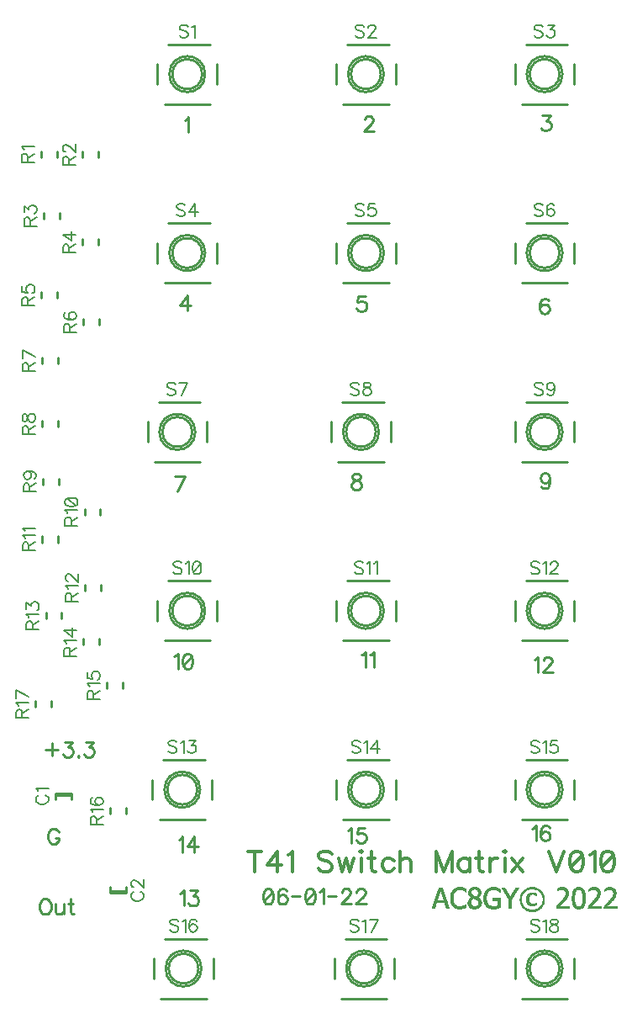
<source format=gbr>
G04 DipTrace 3.3.1.1*
G04 TopSilk.gbr*
%MOIN*%
G04 #@! TF.FileFunction,Legend,Top*
G04 #@! TF.Part,Single*
%ADD10C,0.009843*%
%ADD12C,0.003*%
%ADD32C,0.00772*%
%ADD33C,0.009264*%
%ADD34C,0.012351*%
%FSLAX26Y26*%
G04*
G70*
G90*
G75*
G01*
G04 TopSilk*
%LPD*%
X598772Y1258583D2*
D10*
X661701D1*
X598772Y1266031D2*
X661701D1*
X598772D2*
Y1242472D1*
X661701Y1266031D2*
Y1242472D1*
X542726Y3808230D2*
Y3784671D1*
X605655Y3808230D2*
Y3784671D1*
X768541D2*
Y3808230D1*
X705612Y3784671D2*
Y3808230D1*
X615606Y3542505D2*
Y3566064D1*
X552677Y3542505D2*
Y3566064D1*
X707039Y3460913D2*
Y3437354D1*
X769969Y3460913D2*
Y3437354D1*
X544181Y3250949D2*
Y3227390D1*
X607110Y3250949D2*
Y3227390D1*
X710101Y3144164D2*
Y3120605D1*
X773030Y3144164D2*
Y3120605D1*
X545992Y2990606D2*
Y2967047D1*
X608921Y2990606D2*
Y2967047D1*
X608768Y2716629D2*
Y2740188D1*
X545839Y2716629D2*
Y2740188D1*
X613115Y2488732D2*
Y2512291D1*
X550186Y2488732D2*
Y2512291D1*
X777900Y2369303D2*
Y2392862D1*
X714971Y2369303D2*
Y2392862D1*
X546466Y2283357D2*
Y2259798D1*
X609395Y2283357D2*
Y2259798D1*
X716240Y2092864D2*
Y2069304D1*
X779169Y2092864D2*
Y2069304D1*
X561425Y1980421D2*
Y1956862D1*
X624354Y1980421D2*
Y1956862D1*
X710920Y1877547D2*
Y1853988D1*
X773849Y1877547D2*
Y1853988D1*
X803657Y1705923D2*
Y1682364D1*
X866587Y1705923D2*
Y1682364D1*
X815307Y1206976D2*
Y1183417D1*
X878236Y1206976D2*
Y1183417D1*
X520455Y1630159D2*
Y1606600D1*
X583385Y1630159D2*
Y1606600D1*
X1051500Y4114488D2*
G02X1051500Y4114488I70862J0D01*
G01*
X1031807Y3996371D2*
X1212917D1*
X1240487Y4075091D2*
Y4153861D1*
X1212917Y4232606D2*
X1047561D1*
X1004237Y4153861D2*
Y4075091D1*
X1063316Y4114476D2*
G02X1063316Y4114476I59046J0D01*
G01*
X1760161Y4114488D2*
G02X1760161Y4114488I70862J0D01*
G01*
X1740469Y3996371D2*
X1921579D1*
X1949149Y4075091D2*
Y4153861D1*
X1921579Y4232606D2*
X1756223D1*
X1712898Y4153861D2*
Y4075091D1*
X1771977Y4114476D2*
G02X1771977Y4114476I59046J0D01*
G01*
X2468823Y4114488D2*
G02X2468823Y4114488I70862J0D01*
G01*
X2449130Y3996371D2*
X2630240D1*
X2657810Y4075091D2*
Y4153861D1*
X2630240Y4232606D2*
X2464884D1*
X2421560Y4153861D2*
Y4075091D1*
X2480639Y4114476D2*
G02X2480639Y4114476I59046J0D01*
G01*
X1051500Y3405827D2*
G02X1051500Y3405827I70862J0D01*
G01*
X1031807Y3287709D2*
X1212917D1*
X1240487Y3366430D2*
Y3445199D1*
X1212917Y3523944D2*
X1047561D1*
X1004237Y3445199D2*
Y3366430D1*
X1063316Y3405815D2*
G02X1063316Y3405815I59046J0D01*
G01*
X1760161Y3405827D2*
G02X1760161Y3405827I70862J0D01*
G01*
X1740469Y3287709D2*
X1921579D1*
X1949149Y3366430D2*
Y3445199D1*
X1921579Y3523944D2*
X1756223D1*
X1712898Y3445199D2*
Y3366430D1*
X1771977Y3405815D2*
G02X1771977Y3405815I59046J0D01*
G01*
X2468823Y3405827D2*
G02X2468823Y3405827I70862J0D01*
G01*
X2449130Y3287709D2*
X2630240D1*
X2657810Y3366430D2*
Y3445199D1*
X2630240Y3523944D2*
X2464884D1*
X2421560Y3445199D2*
Y3366430D1*
X2480639Y3405815D2*
G02X2480639Y3405815I59046J0D01*
G01*
X1012130Y2697165D2*
G02X1012130Y2697165I70862J0D01*
G01*
X992437Y2579048D2*
X1173547D1*
X1201117Y2657769D2*
Y2736538D1*
X1173547Y2815283D2*
X1008191D1*
X964867Y2736538D2*
Y2657769D1*
X1023946Y2697153D2*
G02X1023946Y2697153I59046J0D01*
G01*
X1740476Y2697165D2*
G02X1740476Y2697165I70862J0D01*
G01*
X1720783Y2579048D2*
X1901894D1*
X1929464Y2657769D2*
Y2736538D1*
X1901894Y2815283D2*
X1736538D1*
X1693213Y2736538D2*
Y2657769D1*
X1752292Y2697153D2*
G02X1752292Y2697153I59046J0D01*
G01*
X2468823Y2697165D2*
G02X2468823Y2697165I70862J0D01*
G01*
X2449130Y2579048D2*
X2630240D1*
X2657810Y2657769D2*
Y2736538D1*
X2630240Y2815283D2*
X2464884D1*
X2421560Y2736538D2*
Y2657769D1*
X2480639Y2697153D2*
G02X2480639Y2697153I59046J0D01*
G01*
X1051500Y1988504D2*
G02X1051500Y1988504I70862J0D01*
G01*
X1031807Y1870387D2*
X1212917D1*
X1240487Y1949107D2*
Y2027876D1*
X1212917Y2106621D2*
X1047561D1*
X1004237Y2027876D2*
Y1949107D1*
X1063316Y1988492D2*
G02X1063316Y1988492I59046J0D01*
G01*
X1760161Y1988504D2*
G02X1760161Y1988504I70862J0D01*
G01*
X1740469Y1870387D2*
X1921579D1*
X1949149Y1949107D2*
Y2027876D1*
X1921579Y2106621D2*
X1756223D1*
X1712898Y2027876D2*
Y1949107D1*
X1771977Y1988492D2*
G02X1771977Y1988492I59046J0D01*
G01*
X2468823Y1988504D2*
G02X2468823Y1988504I70862J0D01*
G01*
X2449130Y1870387D2*
X2630240D1*
X2657810Y1949107D2*
Y2027876D1*
X2630240Y2106621D2*
X2464884D1*
X2421560Y2027876D2*
Y1949107D1*
X2480639Y1988492D2*
G02X2480639Y1988492I59046J0D01*
G01*
X1760161Y1279843D2*
G02X1760161Y1279843I70862J0D01*
G01*
X1740469Y1161725D2*
X1921579D1*
X1949149Y1240446D2*
Y1319215D1*
X1921579Y1397960D2*
X1756223D1*
X1712898Y1319215D2*
Y1240446D1*
X1771977Y1279830D2*
G02X1771977Y1279830I59046J0D01*
G01*
X2468823Y1279843D2*
G02X2468823Y1279843I70862J0D01*
G01*
X2449130Y1161725D2*
X2630240D1*
X2657810Y1240446D2*
Y1319215D1*
X2630240Y1397960D2*
X2464884D1*
X2421560Y1319215D2*
Y1240446D1*
X2480639Y1279830D2*
G02X2480639Y1279830I59046J0D01*
G01*
X1036814Y571181D2*
G02X1036814Y571181I70862J0D01*
G01*
X1017121Y453064D2*
X1198231D1*
X1225801Y531784D2*
Y610554D1*
X1198231Y689298D2*
X1032875D1*
X989551Y610554D2*
Y531784D1*
X1048629Y571169D2*
G02X1048629Y571169I59046J0D01*
G01*
X1752819Y571181D2*
G02X1752819Y571181I70862J0D01*
G01*
X1733126Y453064D2*
X1914236D1*
X1941806Y531784D2*
Y610554D1*
X1914236Y689298D2*
X1748880D1*
X1705556Y610554D2*
Y531784D1*
X1764635Y571169D2*
G02X1764635Y571169I59046J0D01*
G01*
X2468823Y571181D2*
G02X2468823Y571181I70862J0D01*
G01*
X2449130Y453064D2*
X2630240D1*
X2657810Y531784D2*
Y610554D1*
X2630240Y689298D2*
X2464884D1*
X2421560Y610554D2*
Y531784D1*
X2480639Y571169D2*
G02X2480639Y571169I59046J0D01*
G01*
X1031815Y1279843D2*
G02X1031815Y1279843I70862J0D01*
G01*
X1012122Y1161725D2*
X1193232D1*
X1220802Y1240446D2*
Y1319215D1*
X1193232Y1397960D2*
X1027876D1*
X984552Y1319215D2*
Y1240446D1*
X1043631Y1279830D2*
G02X1043631Y1279830I59046J0D01*
G01*
X878236Y877874D2*
X815307D1*
X878236Y870425D2*
X815307D1*
X878236D2*
Y893984D1*
X815307Y870425D2*
Y893984D1*
X2193858Y893924D2*
D12*
X2210358D1*
X2253858D2*
X2268858D1*
X2327358D2*
X2343858D1*
X2480358D2*
X2498358D1*
X2600358D2*
X2615358D1*
X2667858D2*
X2679858D1*
X2726358D2*
X2741358D1*
X2789358D2*
X2804358D1*
X2120358Y892424D2*
X2132358D1*
X2189891D2*
X2214963D1*
X2250461D2*
X2272256D1*
X2323210D2*
X2349161D1*
X2369358D2*
X2379858D1*
X2424858D2*
X2435358D1*
X2475467D2*
X2502743D1*
X2595818D2*
X2618988D1*
X2664461D2*
X2683256D1*
X2721818D2*
X2744988D1*
X2784818D2*
X2807988D1*
X2119609Y890924D2*
X2132928D1*
X2186444D2*
X2219079D1*
X2247653D2*
X2275064D1*
X2319531D2*
X2353761D1*
X2370288D2*
X2380840D1*
X2423877D2*
X2434377D1*
X2471217D2*
X2506599D1*
X2592384D2*
X2622162D1*
X2661653D2*
X2686064D1*
X2718384D2*
X2748162D1*
X2781384D2*
X2811162D1*
X2118986Y889424D2*
X2133567D1*
X2183580D2*
X2222404D1*
X2245432D2*
X2277284D1*
X2316447D2*
X2357495D1*
X2371150D2*
X2381840D1*
X2422876D2*
X2433376D1*
X2467741D2*
X2509976D1*
X2589878D2*
X2624718D1*
X2659432D2*
X2688278D1*
X2715878D2*
X2750718D1*
X2778878D2*
X2813718D1*
X2118402Y887924D2*
X2134217D1*
X2181208D2*
X2225018D1*
X2243598D2*
X2279119D1*
X2313838D2*
X2360189D1*
X2372000D2*
X2382859D1*
X2421857D2*
X2432357D1*
X2464957D2*
X2480948D1*
X2497769D2*
X2512926D1*
X2589082D2*
X2626624D1*
X2657598D2*
X2690066D1*
X2715082D2*
X2752624D1*
X2778082D2*
X2815624D1*
X2117868Y886424D2*
X2134801D1*
X2179235D2*
X2226129D1*
X2242006D2*
X2255653D1*
X2267063D2*
X2280711D1*
X2311603D2*
X2362148D1*
X2372916D2*
X2383800D1*
X2420916D2*
X2431416D1*
X2462614D2*
X2476199D1*
X2502517D2*
X2515448D1*
X2588661D2*
X2627996D1*
X2656006D2*
X2691513D1*
X2714661D2*
X2753996D1*
X2777661D2*
X2816996D1*
X2117370Y884924D2*
X2135320D1*
X2177518D2*
X2195716D1*
X2208563D2*
X2226520D1*
X2240646D2*
X2253282D1*
X2269435D2*
X2282070D1*
X2309699D2*
X2327891D1*
X2341769D2*
X2362779D1*
X2373891D2*
X2384658D1*
X2420058D2*
X2430558D1*
X2460454D2*
X2472247D1*
X2506463D2*
X2517675D1*
X2588475D2*
X2602447D1*
X2613563D2*
X2629035D1*
X2654646D2*
X2668159D1*
X2678238D2*
X2692658D1*
X2714475D2*
X2728454D1*
X2739563D2*
X2755035D1*
X2777475D2*
X2791454D1*
X2802563D2*
X2818035D1*
X2116804Y883424D2*
X2135851D1*
X2175976D2*
X2192090D1*
X2212435D2*
X2226720D1*
X2239543D2*
X2251332D1*
X2271379D2*
X2283174D1*
X2308055D2*
X2324444D1*
X2346517D2*
X2363115D1*
X2374812D2*
X2385504D1*
X2419212D2*
X2429712D1*
X2458442D2*
X2468957D1*
X2509701D2*
X2519784D1*
X2588401D2*
X2597682D1*
X2615935D2*
X2629903D1*
X2653543D2*
X2665834D1*
X2680789D2*
X2693598D1*
X2714401D2*
X2723756D1*
X2741935D2*
X2755903D1*
X2777401D2*
X2786756D1*
X2804935D2*
X2818903D1*
X2116160Y881924D2*
X2136363D1*
X2174630D2*
X2189197D1*
X2215879D2*
X2226806D1*
X2238670D2*
X2249785D1*
X2272878D2*
X2284047D1*
X2306661D2*
X2321580D1*
X2350463D2*
X2363264D1*
X2375657D2*
X2386418D1*
X2418299D2*
X2428799D1*
X2456631D2*
X2466164D1*
X2512303D2*
X2521725D1*
X2588372D2*
X2593609D1*
X2617884D2*
X2630653D1*
X2652664D2*
X2664029D1*
X2682768D2*
X2694426D1*
X2714373D2*
X2719980D1*
X2743884D2*
X2756653D1*
X2777373D2*
X2782980D1*
X2806884D2*
X2819653D1*
X2115505Y880424D2*
X2136846D1*
X2173481D2*
X2186947D1*
X2218873D2*
X2226840D1*
X2238032D2*
X2248598D1*
X2273927D2*
X2284679D1*
X2305493D2*
X2319214D1*
X2353701D2*
X2363324D1*
X2376453D2*
X2387391D1*
X2417325D2*
X2427825D1*
X2454980D2*
X2463715D1*
X2514393D2*
X2523339D1*
X2588358D2*
X2589858D1*
X2619431D2*
X2631277D1*
X2651979D2*
X2662703D1*
X2684192D2*
X2695161D1*
X2714363D2*
X2716983D1*
X2745431D2*
X2757277D1*
X2777363D2*
X2779983D1*
X2808431D2*
X2820277D1*
X2114918Y878924D2*
X2123352D1*
X2127915D2*
X2137361D1*
X2172413D2*
X2185102D1*
X2221375D2*
X2226852D1*
X2237611D2*
X2247690D1*
X2274667D2*
X2285047D1*
X2304423D2*
X2317294D1*
X2356303D2*
X2363346D1*
X2377227D2*
X2388313D1*
X2416404D2*
X2426904D1*
X2453462D2*
X2461554D1*
X2516169D2*
X2524635D1*
X2620619D2*
X2631812D1*
X2651420D2*
X2661726D1*
X2685258D2*
X2695780D1*
X2714358D2*
D3*
X2746619D2*
X2757812D1*
X2777358D2*
D3*
X2809619D2*
X2820812D1*
X2114397Y877424D2*
X2123300D1*
X2128108D2*
X2137866D1*
X2171370D2*
X2183507D1*
X2223459D2*
X2226856D1*
X2237239D2*
X2247045D1*
X2275287D2*
X2285228D1*
X2303424D2*
X2315762D1*
X2358395D2*
X2363354D1*
X2378032D2*
X2389157D1*
X2415560D2*
X2426054D1*
X2452125D2*
X2459681D1*
X2517786D2*
X2525814D1*
X2621526D2*
X2632343D1*
X2650879D2*
X2661002D1*
X2686096D2*
X2696313D1*
X2747526D2*
X2758343D1*
X2810526D2*
X2821343D1*
X2113866Y875924D2*
X2123109D1*
X2128473D2*
X2138347D1*
X2170426D2*
X2182147D1*
X2225358D2*
X2226858D1*
X2236806D2*
X2246678D1*
X2275783D2*
X2285308D1*
X2302618D2*
X2314532D1*
X2360183D2*
X2363357D1*
X2378928D2*
X2389953D1*
X2414763D2*
X2425211D1*
X2450979D2*
X2458049D1*
X2519332D2*
X2527028D1*
X2622171D2*
X2632803D1*
X2650409D2*
X2660428D1*
X2686756D2*
X2696843D1*
X2748171D2*
X2758803D1*
X2811171D2*
X2821803D1*
X2113354Y874424D2*
X2122743D1*
X2128910D2*
X2138862D1*
X2169618D2*
X2181037D1*
X2236442D2*
X2246548D1*
X2276082D2*
X2285340D1*
X2301978D2*
X2313438D1*
X2361858D2*
X2363358D1*
X2379895D2*
X2390727D1*
X2413990D2*
X2424298D1*
X2449913D2*
X2456659D1*
X2520843D2*
X2528208D1*
X2622544D2*
X2633095D1*
X2650063D2*
X2659882D1*
X2687304D2*
X2697303D1*
X2748544D2*
X2759095D1*
X2811544D2*
X2822095D1*
X2112871Y872924D2*
X2122306D1*
X2129363D2*
X2139366D1*
X2168962D2*
X2180111D1*
X2236359D2*
X2246665D1*
X2276185D2*
X2285352D1*
X2301347D2*
X2312429D1*
X2380814D2*
X2391532D1*
X2413184D2*
X2423325D1*
X2448870D2*
X2455492D1*
X2484858D2*
X2496858D1*
X2522297D2*
X2529283D1*
X2622727D2*
X2633246D1*
X2649721D2*
X2659416D1*
X2687840D2*
X2697601D1*
X2748727D2*
X2759246D1*
X2811727D2*
X2822246D1*
X2112355Y871424D2*
X2121853D1*
X2129867D2*
X2139847D1*
X2168414D2*
X2179288D1*
X2236575D2*
X2247050D1*
X2276063D2*
X2285350D1*
X2300676D2*
X2311620D1*
X2381663D2*
X2392428D1*
X2412288D2*
X2422404D1*
X2447920D2*
X2454417D1*
X2481229D2*
X2500653D1*
X2523607D2*
X2530321D1*
X2622807D2*
X2633308D1*
X2649294D2*
X2659122D1*
X2688302D2*
X2697805D1*
X2748807D2*
X2759308D1*
X2811807D2*
X2822308D1*
X2111850Y869924D2*
X2121349D1*
X2130368D2*
X2140362D1*
X2167877D2*
X2178561D1*
X2236901D2*
X2247673D1*
X2275727D2*
X2285299D1*
X2300016D2*
X2310984D1*
X2382506D2*
X2393395D1*
X2411321D2*
X2421554D1*
X2447065D2*
X2453371D1*
X2478055D2*
X2503707D1*
X2524743D2*
X2531353D1*
X2622834D2*
X2633283D1*
X2648881D2*
X2658965D1*
X2688595D2*
X2698064D1*
X2748834D2*
X2759283D1*
X2811834D2*
X2822283D1*
X2111370Y868424D2*
X2120848D1*
X2130847D2*
X2140866D1*
X2167409D2*
X2177989D1*
X2237188D2*
X2248539D1*
X2275300D2*
X2285102D1*
X2299472D2*
X2310400D1*
X2383418D2*
X2394314D1*
X2410402D2*
X2420711D1*
X2446265D2*
X2452421D1*
X2475499D2*
X2505011D1*
X2525806D2*
X2532292D1*
X2622793D2*
X2633103D1*
X2648609D2*
X2658844D1*
X2688746D2*
X2698451D1*
X2748793D2*
X2759103D1*
X2811793D2*
X2822103D1*
X2110855Y866924D2*
X2120369D1*
X2131362D2*
X2141347D1*
X2167063D2*
X2177595D1*
X2237514D2*
X2249676D1*
X2274845D2*
X2284685D1*
X2299089D2*
X2309867D1*
X2384392D2*
X2395163D1*
X2409553D2*
X2419798D1*
X2445496D2*
X2451566D1*
X2473587D2*
X2505466D1*
X2526847D2*
X2533099D1*
X2622606D2*
X2632747D1*
X2648466D2*
X2658625D1*
X2688814D2*
X2698846D1*
X2748606D2*
X2758747D1*
X2811606D2*
X2821747D1*
X2110350Y865424D2*
X2119855D1*
X2131866D2*
X2141862D1*
X2166721D2*
X2177233D1*
X2237992D2*
X2251053D1*
X2274290D2*
X2284056D1*
X2298731D2*
X2309376D1*
X2385313D2*
X2396006D1*
X2408710D2*
X2418825D1*
X2444743D2*
X2450765D1*
X2472168D2*
X2485153D1*
X2496583D2*
X2505699D1*
X2527790D2*
X2533754D1*
X2622243D2*
X2632358D1*
X2648401D2*
X2658255D1*
X2688842D2*
X2699111D1*
X2748243D2*
X2758358D1*
X2811243D2*
X2821358D1*
X2109870Y863924D2*
X2119350D1*
X2132347D2*
X2142366D1*
X2166294D2*
X2176798D1*
X2238651D2*
X2252723D1*
X2273592D2*
X2283238D1*
X2298297D2*
X2308863D1*
X2386163D2*
X2396918D1*
X2407798D2*
X2417904D1*
X2444038D2*
X2449996D1*
X2470991D2*
X2482782D1*
X2500556D2*
X2505802D1*
X2528598D2*
X2534303D1*
X2621806D2*
X2632044D1*
X2648368D2*
X2657867D1*
X2688852D2*
X2699252D1*
X2747806D2*
X2758044D1*
X2810806D2*
X2821044D1*
X2109355Y862424D2*
X2118870D1*
X2132862D2*
X2142847D1*
X2165881D2*
X2176383D1*
X2239531D2*
X2254818D1*
X2272678D2*
X2282297D1*
X2297882D2*
X2308409D1*
X2387006D2*
X2397903D1*
X2406813D2*
X2417054D1*
X2443430D2*
X2449243D1*
X2469949D2*
X2480832D1*
X2504358D2*
X2505858D1*
X2529254D2*
X2534839D1*
X2621347D2*
X2631714D1*
X2648305D2*
X2657604D1*
X2688856D2*
X2699316D1*
X2747347D2*
X2757714D1*
X2810347D2*
X2820714D1*
X2108850Y860924D2*
X2118355D1*
X2133366D2*
X2143362D1*
X2165609D2*
X2176109D1*
X2240673D2*
X2257471D1*
X2271364D2*
X2281331D1*
X2297609D2*
X2308120D1*
X2387918D2*
X2398934D1*
X2405782D2*
X2416211D1*
X2442902D2*
X2448544D1*
X2469127D2*
X2479285D1*
X2529803D2*
X2535308D1*
X2620790D2*
X2631285D1*
X2648110D2*
X2657464D1*
X2688863D2*
X2699342D1*
X2746790D2*
X2757285D1*
X2809790D2*
X2820285D1*
X2108370Y859424D2*
X2117850D1*
X2133847D2*
X2143866D1*
X2165466D2*
X2175966D1*
X2242040D2*
X2260916D1*
X2269346D2*
X2280243D1*
X2297466D2*
X2307970D1*
X2388892D2*
X2400203D1*
X2404513D2*
X2415298D1*
X2442373D2*
X2447983D1*
X2468486D2*
X2478098D1*
X2530339D2*
X2535654D1*
X2620098D2*
X2630816D1*
X2647750D2*
X2657400D1*
X2688917D2*
X2699353D1*
X2746098D2*
X2756816D1*
X2809098D2*
X2819816D1*
X2107855Y857924D2*
X2117370D1*
X2134362D2*
X2144347D1*
X2165401D2*
X2175901D1*
X2243597D2*
X2265344D1*
X2266389D2*
X2278844D1*
X2297401D2*
X2307902D1*
X2389813D2*
X2401901D1*
X2402816D2*
X2414319D1*
X2441913D2*
X2447593D1*
X2467907D2*
X2477190D1*
X2530802D2*
X2535996D1*
X2619254D2*
X2630300D1*
X2647365D2*
X2657374D1*
X2689108D2*
X2699356D1*
X2745254D2*
X2756300D1*
X2808254D2*
X2819300D1*
X2107350Y856424D2*
X2116855D1*
X2134866D2*
X2144862D1*
X2165374D2*
X2175874D1*
X2245205D2*
X2277124D1*
X2297374D2*
X2307875D1*
X2390663D2*
X2413351D1*
X2441621D2*
X2447232D1*
X2467420D2*
X2476545D1*
X2531101D2*
X2536423D1*
X2618303D2*
X2629601D1*
X2647103D2*
X2657364D1*
X2689467D2*
X2699358D1*
X2744303D2*
X2755601D1*
X2807303D2*
X2818601D1*
X2106870Y854924D2*
X2116350D1*
X2135347D2*
X2145366D1*
X2165364D2*
X2175864D1*
X2246626D2*
X2275248D1*
X2297364D2*
X2307864D1*
X2391506D2*
X2412363D1*
X2441470D2*
X2446798D1*
X2467067D2*
X2476172D1*
X2531305D2*
X2536835D1*
X2617339D2*
X2628734D1*
X2646964D2*
X2657360D1*
X2689852D2*
X2699358D1*
X2743339D2*
X2754734D1*
X2806339D2*
X2817734D1*
X2106355Y853424D2*
X2115870D1*
X2135862D2*
X2145847D1*
X2165360D2*
X2175860D1*
X2247858D2*
X2273358D1*
X2297360D2*
X2307860D1*
X2392418D2*
X2411351D1*
X2441403D2*
X2446383D1*
X2466722D2*
X2475983D1*
X2531564D2*
X2537108D1*
X2616308D2*
X2627817D1*
X2646900D2*
X2657359D1*
X2690113D2*
X2699358D1*
X2742308D2*
X2753817D1*
X2805308D2*
X2816817D1*
X2105850Y851924D2*
X2115355D1*
X2136366D2*
X2146362D1*
X2165359D2*
X2175859D1*
X2245666D2*
X2275782D1*
X2297359D2*
X2307859D1*
X2393392D2*
X2410414D1*
X2441375D2*
X2446109D1*
X2466294D2*
X2475851D1*
X2531951D2*
X2537251D1*
X2615154D2*
X2626850D1*
X2646874D2*
X2657358D1*
X2690247D2*
X2699358D1*
X2741154D2*
X2752850D1*
X2804154D2*
X2815850D1*
X2105370Y850424D2*
X2114850D1*
X2136847D2*
X2146866D1*
X2165358D2*
X2175858D1*
X2243735D2*
X2254159D1*
X2256563D2*
X2278085D1*
X2297358D2*
X2307858D1*
X2333358D2*
X2363358D1*
X2394313D2*
X2409563D1*
X2441364D2*
X2445966D1*
X2465881D2*
X2475633D1*
X2532346D2*
X2537316D1*
X2613996D2*
X2625841D1*
X2646864D2*
X2657358D1*
X2690258D2*
X2699358D1*
X2739996D2*
X2751841D1*
X2802996D2*
X2814841D1*
X2104855Y848924D2*
X2114370D1*
X2137362D2*
X2147347D1*
X2165358D2*
X2175858D1*
X2242023D2*
X2251834D1*
X2260441D2*
X2280186D1*
X2297358D2*
X2307858D1*
X2333358D2*
X2363358D1*
X2395157D2*
X2408770D1*
X2441360D2*
X2445901D1*
X2465609D2*
X2475314D1*
X2532611D2*
X2537342D1*
X2612923D2*
X2624854D1*
X2646866D2*
X2657358D1*
X2690093D2*
X2699358D1*
X2738923D2*
X2750854D1*
X2801923D2*
X2813854D1*
X2104350Y847424D2*
X2113861D1*
X2137872D2*
X2147862D1*
X2165358D2*
X2175858D1*
X2240479D2*
X2250029D1*
X2263937D2*
X2281992D1*
X2297358D2*
X2307858D1*
X2333358D2*
X2363358D1*
X2395947D2*
X2408055D1*
X2441359D2*
X2445874D1*
X2465472D2*
X2475117D1*
X2532746D2*
X2537353D1*
X2611835D2*
X2623807D1*
X2646918D2*
X2657358D1*
X2689744D2*
X2699358D1*
X2737835D2*
X2749807D1*
X2800835D2*
X2812807D1*
X2103870Y845924D2*
X2113409D1*
X2138411D2*
X2148366D1*
X2165358D2*
X2175858D1*
X2239137D2*
X2248697D1*
X2267122D2*
X2283474D1*
X2297358D2*
X2307858D1*
X2333358D2*
X2363358D1*
X2396662D2*
X2407493D1*
X2441358D2*
X2445864D1*
X2465460D2*
X2475213D1*
X2532757D2*
X2537356D1*
X2610608D2*
X2622597D1*
X2647108D2*
X2657358D1*
X2689363D2*
X2699358D1*
X2736608D2*
X2748597D1*
X2799608D2*
X2811597D1*
X2103355Y844424D2*
X2113118D1*
X2139165D2*
X2148847D1*
X2165358D2*
X2175864D1*
X2238040D2*
X2247674D1*
X2269972D2*
X2284635D1*
X2297358D2*
X2307864D1*
X2333358D2*
X2363358D1*
X2397224D2*
X2407153D1*
X2441358D2*
X2445860D1*
X2465624D2*
X2475458D1*
X2532593D2*
X2537358D1*
X2609251D2*
X2621247D1*
X2647467D2*
X2657358D1*
X2689102D2*
X2699358D1*
X2735251D2*
X2747247D1*
X2798251D2*
X2810247D1*
X2102850Y842924D2*
X2112961D1*
X2140194D2*
X2149362D1*
X2165364D2*
X2175917D1*
X2237163D2*
X2246811D1*
X2272346D2*
X2285532D1*
X2297364D2*
X2307917D1*
X2333358D2*
X2363358D1*
X2397564D2*
X2406982D1*
X2441358D2*
X2445865D1*
X2465973D2*
X2475656D1*
X2532244D2*
X2537358D1*
X2607816D2*
X2619814D1*
X2647852D2*
X2657358D1*
X2688964D2*
X2699358D1*
X2733816D2*
X2745814D1*
X2796816D2*
X2808814D1*
X2102370Y841424D2*
X2149866D1*
X2165417D2*
X2176108D1*
X2236479D2*
X2246069D1*
X2274125D2*
X2286179D1*
X2297417D2*
X2308108D1*
X2352858D2*
X2363358D1*
X2397734D2*
X2406907D1*
X2441358D2*
X2445917D1*
X2466354D2*
X2475774D1*
X2531863D2*
X2537352D1*
X2606348D2*
X2618342D1*
X2648113D2*
X2657364D1*
X2688900D2*
X2699358D1*
X2732348D2*
X2744342D1*
X2795348D2*
X2807342D1*
X2101855Y839924D2*
X2150347D1*
X2165608D2*
X2176467D1*
X2235920D2*
X2245498D1*
X2275319D2*
X2286604D1*
X2297608D2*
X2308473D1*
X2352858D2*
X2363358D1*
X2397810D2*
X2406876D1*
X2441358D2*
X2446108D1*
X2466620D2*
X2475880D1*
X2531602D2*
X2537300D1*
X2604911D2*
X2616852D1*
X2648253D2*
X2657417D1*
X2688874D2*
X2699352D1*
X2730911D2*
X2742852D1*
X2793911D2*
X2805852D1*
X2101350Y838424D2*
X2150862D1*
X2165973D2*
X2176858D1*
X2235379D2*
X2245155D1*
X2276124D2*
X2286977D1*
X2297973D2*
X2308910D1*
X2352858D2*
X2363358D1*
X2397840D2*
X2406865D1*
X2441364D2*
X2446467D1*
X2466811D2*
X2476100D1*
X2531458D2*
X2537109D1*
X2603606D2*
X2615362D1*
X2648316D2*
X2657608D1*
X2688864D2*
X2699300D1*
X2729606D2*
X2741362D1*
X2792606D2*
X2804362D1*
X2100870Y836924D2*
X2151366D1*
X2166410D2*
X2177172D1*
X2234915D2*
X2244983D1*
X2276771D2*
X2287416D1*
X2298410D2*
X2309363D1*
X2352858D2*
X2363358D1*
X2397852D2*
X2406860D1*
X2441417D2*
X2446858D1*
X2467072D2*
X2476527D1*
X2531342D2*
X2536749D1*
X2602467D2*
X2613910D1*
X2648348D2*
X2657967D1*
X2688860D2*
X2699109D1*
X2728467D2*
X2739910D1*
X2791467D2*
X2802910D1*
X2100355Y835424D2*
X2151847D1*
X2166863D2*
X2177508D1*
X2234622D2*
X2244907D1*
X2277277D2*
X2287833D1*
X2298863D2*
X2309867D1*
X2352858D2*
X2363358D1*
X2397856D2*
X2406859D1*
X2441608D2*
X2447172D1*
X2467510D2*
X2477164D1*
X2531124D2*
X2536359D1*
X2601352D2*
X2612549D1*
X2648411D2*
X2658352D1*
X2688853D2*
X2698749D1*
X2727352D2*
X2738549D1*
X2790352D2*
X2801549D1*
X2099850Y833924D2*
X2152362D1*
X2167367D2*
X2177984D1*
X2234471D2*
X2244876D1*
X2277586D2*
X2288101D1*
X2299367D2*
X2310374D1*
X2352858D2*
X2363358D1*
X2397858D2*
X2406859D1*
X2441973D2*
X2447508D1*
X2468102D2*
X2478042D1*
X2530749D2*
X2536044D1*
X2600113D2*
X2611217D1*
X2648606D2*
X2658619D1*
X2688800D2*
X2698365D1*
X2726113D2*
X2737217D1*
X2789113D2*
X2800217D1*
X2099370Y832424D2*
X2108301D1*
X2142915D2*
X2152866D1*
X2167868D2*
X2178592D1*
X2234408D2*
X2244871D1*
X2277737D2*
X2288192D1*
X2299868D2*
X2310906D1*
X2352858D2*
X2363358D1*
X2397858D2*
X2406858D1*
X2442410D2*
X2447984D1*
X2468785D2*
X2479275D1*
X2530308D2*
X2535714D1*
X2598753D2*
X2609743D1*
X2648967D2*
X2658811D1*
X2688609D2*
X2698097D1*
X2724753D2*
X2735743D1*
X2787753D2*
X2798743D1*
X2098855Y830924D2*
X2108109D1*
X2143108D2*
X2153347D1*
X2168353D2*
X2179281D1*
X2234433D2*
X2244919D1*
X2277754D2*
X2288066D1*
X2300353D2*
X2311612D1*
X2352858D2*
X2363358D1*
X2397858D2*
X2406858D1*
X2442869D2*
X2448592D1*
X2469560D2*
X2480816D1*
X2504358D2*
X2505858D1*
X2529848D2*
X2535285D1*
X2597316D2*
X2608120D1*
X2649358D2*
X2659066D1*
X2688243D2*
X2697905D1*
X2723316D2*
X2734120D1*
X2786316D2*
X2797120D1*
X2098350Y829424D2*
X2107749D1*
X2143473D2*
X2153862D1*
X2168915D2*
X2180058D1*
X2234614D2*
X2245115D1*
X2277586D2*
X2287733D1*
X2300915D2*
X2312481D1*
X2352858D2*
X2363358D1*
X2397858D2*
X2406858D1*
X2443420D2*
X2449275D1*
X2470500D2*
X2484783D1*
X2498626D2*
X2505858D1*
X2529291D2*
X2534822D1*
X2595843D2*
X2606497D1*
X2649672D2*
X2659457D1*
X2687806D2*
X2697651D1*
X2721843D2*
X2732497D1*
X2784843D2*
X2795497D1*
X2097870Y827924D2*
X2107359D1*
X2143910D2*
X2154366D1*
X2169563D2*
X2180994D1*
X2234975D2*
X2245532D1*
X2277185D2*
X2287353D1*
X2301563D2*
X2313405D1*
X2352858D2*
X2363358D1*
X2397858D2*
X2406858D1*
X2444065D2*
X2450000D1*
X2471712D2*
X2490879D1*
X2490905D2*
X2505847D1*
X2528598D2*
X2534353D1*
X2594347D2*
X2604922D1*
X2650002D2*
X2659905D1*
X2687347D2*
X2697259D1*
X2720347D2*
X2730922D1*
X2783347D2*
X2793922D1*
X2097355Y826424D2*
X2107044D1*
X2144363D2*
X2154847D1*
X2170271D2*
X2182153D1*
X2225358D2*
X2226858D1*
X2235411D2*
X2246166D1*
X2276607D2*
X2287043D1*
X2302271D2*
X2314431D1*
X2352858D2*
X2363358D1*
X2397858D2*
X2406858D1*
X2444765D2*
X2450744D1*
X2473244D2*
X2505724D1*
X2527754D2*
X2533792D1*
X2592804D2*
X2603385D1*
X2650431D2*
X2660367D1*
X2686796D2*
X2696812D1*
X2718804D2*
X2729385D1*
X2781804D2*
X2792385D1*
X2096850Y824924D2*
X2106714D1*
X2144867D2*
X2155362D1*
X2171055D2*
X2183488D1*
X2223615D2*
X2226858D1*
X2235869D2*
X2247037D1*
X2275923D2*
X2286708D1*
X2303055D2*
X2315690D1*
X2352852D2*
X2363358D1*
X2397858D2*
X2406858D1*
X2445496D2*
X2451539D1*
X2475142D2*
X2505425D1*
X2526803D2*
X2533099D1*
X2591166D2*
X2601868D1*
X2650895D2*
X2660925D1*
X2686145D2*
X2696349D1*
X2717166D2*
X2727868D1*
X2780166D2*
X2790868D1*
X2096370Y823424D2*
X2106285D1*
X2145368D2*
X2155866D1*
X2171993D2*
X2184977D1*
X2221626D2*
X2226858D1*
X2236420D2*
X2248175D1*
X2275091D2*
X2286227D1*
X2303993D2*
X2317292D1*
X2352776D2*
X2363358D1*
X2397858D2*
X2406858D1*
X2446243D2*
X2452430D1*
X2477463D2*
X2503793D1*
X2525839D2*
X2532254D1*
X2589505D2*
X2600362D1*
X2651363D2*
X2661630D1*
X2685381D2*
X2695797D1*
X2715505D2*
X2726362D1*
X2778505D2*
X2789362D1*
X2095855Y821924D2*
X2105822D1*
X2145847D2*
X2156347D1*
X2173153D2*
X2186802D1*
X2219191D2*
X2226858D1*
X2237065D2*
X2249594D1*
X2274096D2*
X2285566D1*
X2305153D2*
X2319449D1*
X2352583D2*
X2363358D1*
X2397858D2*
X2406858D1*
X2447038D2*
X2453402D1*
X2480261D2*
X2501313D1*
X2524802D2*
X2531303D1*
X2588038D2*
X2598860D1*
X2651924D2*
X2662620D1*
X2684312D2*
X2695151D1*
X2714038D2*
X2724860D1*
X2777038D2*
X2787860D1*
X2095350Y820424D2*
X2105359D1*
X2146362D2*
X2156862D1*
X2174482D2*
X2189606D1*
X2215753D2*
X2226852D1*
X2237771D2*
X2251664D1*
X2271756D2*
X2284685D1*
X2306482D2*
X2322735D1*
X2351226D2*
X2363352D1*
X2397858D2*
X2406858D1*
X2447930D2*
X2454373D1*
X2483358D2*
X2498358D1*
X2523595D2*
X2530339D1*
X2586911D2*
X2597359D1*
X2652623D2*
X2663940D1*
X2682879D2*
X2694445D1*
X2712911D2*
X2723359D1*
X2775911D2*
X2786359D1*
X2094870Y818924D2*
X2104851D1*
X2146866D2*
X2157366D1*
X2175907D2*
X2194552D1*
X2210275D2*
X2226788D1*
X2238555D2*
X2255358D1*
X2267770D2*
X2283549D1*
X2307913D2*
X2328401D1*
X2345458D2*
X2363288D1*
X2397858D2*
X2406858D1*
X2448902D2*
X2455413D1*
X2522246D2*
X2529308D1*
X2586142D2*
X2595858D1*
X2653521D2*
X2667568D1*
X2678995D2*
X2693662D1*
X2712142D2*
X2721858D1*
X2775142D2*
X2784858D1*
X2094355Y817424D2*
X2104349D1*
X2147347D2*
X2157847D1*
X2177382D2*
X2202355D1*
X2202119D2*
X2226630D1*
X2239499D2*
X2261394D1*
X2261505D2*
X2282223D1*
X2309441D2*
X2337375D1*
X2336047D2*
X2363130D1*
X2397858D2*
X2406858D1*
X2449873D2*
X2456627D1*
X2520814D2*
X2528154D1*
X2585711D2*
X2636358D1*
X2654664D2*
X2673101D1*
X2673268D2*
X2692724D1*
X2711711D2*
X2762358D1*
X2774711D2*
X2825358D1*
X2093850Y815924D2*
X2103869D1*
X2147862D2*
X2158362D1*
X2178935D2*
X2225871D1*
X2240717D2*
X2280743D1*
X2311179D2*
X2362348D1*
X2397858D2*
X2406858D1*
X2450913D2*
X2458029D1*
X2519342D2*
X2526996D1*
X2585504D2*
X2636358D1*
X2655992D2*
X2691558D1*
X2711504D2*
X2762358D1*
X2774504D2*
X2825358D1*
X2093369Y814424D2*
X2103360D1*
X2148371D2*
X2158871D1*
X2180739D2*
X2224018D1*
X2242302D2*
X2279020D1*
X2313295D2*
X2360271D1*
X2397858D2*
X2406858D1*
X2452121D2*
X2459658D1*
X2517847D2*
X2525917D1*
X2585414D2*
X2636358D1*
X2657479D2*
X2690164D1*
X2711414D2*
X2762358D1*
X2774414D2*
X2825358D1*
X2092847Y812924D2*
X2102905D1*
X2148893D2*
X2159393D1*
X2183096D2*
X2221472D1*
X2244393D2*
X2276866D1*
X2315902D2*
X2357302D1*
X2397858D2*
X2406858D1*
X2453476D2*
X2461548D1*
X2516292D2*
X2524777D1*
X2585379D2*
X2636358D1*
X2659254D2*
X2688433D1*
X2711379D2*
X2762358D1*
X2774379D2*
X2825358D1*
X2092330Y811424D2*
X2102592D1*
X2149564D2*
X2160064D1*
X2186191D2*
X2218207D1*
X2247086D2*
X2274146D1*
X2319120D2*
X2353415D1*
X2397858D2*
X2406858D1*
X2454961D2*
X2463672D1*
X2514543D2*
X2523358D1*
X2585365D2*
X2636358D1*
X2661577D2*
X2686128D1*
X2711365D2*
X2762358D1*
X2774365D2*
X2825358D1*
X2091858Y809924D2*
X2102358D1*
X2150358D2*
X2160858D1*
X2189894D2*
X2214397D1*
X2250331D2*
X2270891D1*
X2323036D2*
X2348808D1*
X2397858D2*
X2406858D1*
X2456630D2*
X2466050D1*
X2512423D2*
X2521636D1*
X2585358D2*
X2636358D1*
X2664545D2*
X2683168D1*
X2711358D2*
X2762358D1*
X2774358D2*
X2825358D1*
X2193858Y808424D2*
X2210358D1*
X2253858D2*
X2267358D1*
X2327358D2*
X2343858D1*
X2458532D2*
X2468863D1*
X2509748D2*
X2519757D1*
X2667858D2*
X2679858D1*
X2460609Y806924D2*
X2472809D1*
X2505866D2*
X2517773D1*
X2462793Y805424D2*
X2479487D1*
X2499214D2*
X2515535D1*
X2465131Y803924D2*
X2490013D1*
X2488698D2*
X2512970D1*
X2467871Y802424D2*
X2510075D1*
X2471365Y800924D2*
X2506708D1*
X2475657Y799424D2*
X2502722D1*
X2480358Y797924D2*
X2498358D1*
X2193858Y893924D2*
X2189891Y892424D1*
X2186444Y890924D1*
X2183580Y889424D1*
X2181208Y887924D1*
X2179235Y886424D1*
X2177518Y884924D1*
X2175976Y883424D1*
X2174630Y881924D1*
X2173481Y880424D1*
X2172413Y878924D1*
X2171370Y877424D1*
X2170426Y875924D1*
X2169618Y874424D1*
X2168962Y872924D1*
X2168414Y871424D1*
X2167877Y869924D1*
X2167409Y868424D1*
X2167063Y866924D1*
X2166721Y865424D1*
X2166294Y863924D1*
X2165881Y862424D1*
X2165609Y860924D1*
X2165466Y859424D1*
X2165401Y857924D1*
X2165374Y856424D1*
X2165364Y854924D1*
X2165360Y853424D1*
X2165359Y851924D1*
X2165358Y850424D1*
Y848924D1*
Y847424D1*
Y845924D1*
Y844424D1*
X2165364Y842924D1*
X2165417Y841424D1*
X2165608Y839924D1*
X2165973Y838424D1*
X2166410Y836924D1*
X2166863Y835424D1*
X2167367Y833924D1*
X2167868Y832424D1*
X2168353Y830924D1*
X2168915Y829424D1*
X2169563Y827924D1*
X2170271Y826424D1*
X2171055Y824924D1*
X2171993Y823424D1*
X2173153Y821924D1*
X2174482Y820424D1*
X2175907Y818924D1*
X2177382Y817424D1*
X2178935Y815924D1*
X2180739Y814424D1*
X2183096Y812924D1*
X2186191Y811424D1*
X2189894Y809924D1*
X2193858Y808424D1*
X2210358Y893924D2*
X2214963Y892424D1*
X2219079Y890924D1*
X2222404Y889424D1*
X2225018Y887924D1*
X2226129Y886424D1*
X2226520Y884924D1*
X2226720Y883424D1*
X2226806Y881924D1*
X2226840Y880424D1*
X2226852Y878924D1*
X2226856Y877424D1*
X2226858Y875924D1*
X2253858Y893924D2*
X2250461Y892424D1*
X2247653Y890924D1*
X2245432Y889424D1*
X2243598Y887924D1*
X2242006Y886424D1*
X2240646Y884924D1*
X2239543Y883424D1*
X2238670Y881924D1*
X2238032Y880424D1*
X2237611Y878924D1*
X2237239Y877424D1*
X2236806Y875924D1*
X2236442Y874424D1*
X2236359Y872924D1*
X2236575Y871424D1*
X2236901Y869924D1*
X2237188Y868424D1*
X2237514Y866924D1*
X2237992Y865424D1*
X2238651Y863924D1*
X2239531Y862424D1*
X2240673Y860924D1*
X2242040Y859424D1*
X2243597Y857924D1*
X2245205Y856424D1*
X2246626Y854924D1*
X2247858Y853424D1*
X2245666Y851924D1*
X2243735Y850424D1*
X2242023Y848924D1*
X2240479Y847424D1*
X2239137Y845924D1*
X2238040Y844424D1*
X2237163Y842924D1*
X2236479Y841424D1*
X2235920Y839924D1*
X2235379Y838424D1*
X2234915Y836924D1*
X2234622Y835424D1*
X2234471Y833924D1*
X2234408Y832424D1*
X2234433Y830924D1*
X2234614Y829424D1*
X2234975Y827924D1*
X2235411Y826424D1*
X2235869Y824924D1*
X2236420Y823424D1*
X2237065Y821924D1*
X2237771Y820424D1*
X2238555Y818924D1*
X2239499Y817424D1*
X2240717Y815924D1*
X2242302Y814424D1*
X2244393Y812924D1*
X2247086Y811424D1*
X2250331Y809924D1*
X2253858Y808424D1*
X2268858Y893924D2*
X2272256Y892424D1*
X2275064Y890924D1*
X2277284Y889424D1*
X2279119Y887924D1*
X2280711Y886424D1*
X2282070Y884924D1*
X2283174Y883424D1*
X2284047Y881924D1*
X2284679Y880424D1*
X2285047Y878924D1*
X2285228Y877424D1*
X2285308Y875924D1*
X2285340Y874424D1*
X2285352Y872924D1*
X2285350Y871424D1*
X2285299Y869924D1*
X2285102Y868424D1*
X2284685Y866924D1*
X2284056Y865424D1*
X2283238Y863924D1*
X2282297Y862424D1*
X2281331Y860924D1*
X2280243Y859424D1*
X2278844Y857924D1*
X2277124Y856424D1*
X2275248Y854924D1*
X2273358Y853424D1*
X2275782Y851924D1*
X2278085Y850424D1*
X2280186Y848924D1*
X2281992Y847424D1*
X2283474Y845924D1*
X2284635Y844424D1*
X2285532Y842924D1*
X2286179Y841424D1*
X2286604Y839924D1*
X2286977Y838424D1*
X2287416Y836924D1*
X2287833Y835424D1*
X2288101Y833924D1*
X2288192Y832424D1*
X2288066Y830924D1*
X2287733Y829424D1*
X2287353Y827924D1*
X2287043Y826424D1*
X2286708Y824924D1*
X2286227Y823424D1*
X2285566Y821924D1*
X2284685Y820424D1*
X2283549Y818924D1*
X2282223Y817424D1*
X2280743Y815924D1*
X2279020Y814424D1*
X2276866Y812924D1*
X2274146Y811424D1*
X2270891Y809924D1*
X2267358Y808424D1*
X2327358Y893924D2*
X2323210Y892424D1*
X2319531Y890924D1*
X2316447Y889424D1*
X2313838Y887924D1*
X2311603Y886424D1*
X2309699Y884924D1*
X2308055Y883424D1*
X2306661Y881924D1*
X2305493Y880424D1*
X2304423Y878924D1*
X2303424Y877424D1*
X2302618Y875924D1*
X2301978Y874424D1*
X2301347Y872924D1*
X2300676Y871424D1*
X2300016Y869924D1*
X2299472Y868424D1*
X2299089Y866924D1*
X2298731Y865424D1*
X2298297Y863924D1*
X2297882Y862424D1*
X2297609Y860924D1*
X2297466Y859424D1*
X2297401Y857924D1*
X2297374Y856424D1*
X2297364Y854924D1*
X2297360Y853424D1*
X2297359Y851924D1*
X2297358Y850424D1*
Y848924D1*
Y847424D1*
Y845924D1*
Y844424D1*
X2297364Y842924D1*
X2297417Y841424D1*
X2297608Y839924D1*
X2297973Y838424D1*
X2298410Y836924D1*
X2298863Y835424D1*
X2299367Y833924D1*
X2299868Y832424D1*
X2300353Y830924D1*
X2300915Y829424D1*
X2301563Y827924D1*
X2302271Y826424D1*
X2303055Y824924D1*
X2303993Y823424D1*
X2305153Y821924D1*
X2306482Y820424D1*
X2307913Y818924D1*
X2309441Y817424D1*
X2311179Y815924D1*
X2313295Y814424D1*
X2315902Y812924D1*
X2319120Y811424D1*
X2323036Y809924D1*
X2327358Y808424D1*
X2343858Y893924D2*
X2349161Y892424D1*
X2353761Y890924D1*
X2357495Y889424D1*
X2360189Y887924D1*
X2362148Y886424D1*
X2362779Y884924D1*
X2363115Y883424D1*
X2363264Y881924D1*
X2363324Y880424D1*
X2363346Y878924D1*
X2363354Y877424D1*
X2363357Y875924D1*
X2363358Y874424D1*
X2480358Y893924D2*
X2475467Y892424D1*
X2471217Y890924D1*
X2467741Y889424D1*
X2464957Y887924D1*
X2462614Y886424D1*
X2460454Y884924D1*
X2458442Y883424D1*
X2456631Y881924D1*
X2454980Y880424D1*
X2453462Y878924D1*
X2452125Y877424D1*
X2450979Y875924D1*
X2449913Y874424D1*
X2448870Y872924D1*
X2447920Y871424D1*
X2447065Y869924D1*
X2446265Y868424D1*
X2445496Y866924D1*
X2444743Y865424D1*
X2444038Y863924D1*
X2443430Y862424D1*
X2442902Y860924D1*
X2442373Y859424D1*
X2441913Y857924D1*
X2441621Y856424D1*
X2441470Y854924D1*
X2441403Y853424D1*
X2441375Y851924D1*
X2441364Y850424D1*
X2441360Y848924D1*
X2441359Y847424D1*
X2441358Y845924D1*
Y844424D1*
Y842924D1*
Y841424D1*
Y839924D1*
X2441364Y838424D1*
X2441417Y836924D1*
X2441608Y835424D1*
X2441973Y833924D1*
X2442410Y832424D1*
X2442869Y830924D1*
X2443420Y829424D1*
X2444065Y827924D1*
X2444765Y826424D1*
X2445496Y824924D1*
X2446243Y823424D1*
X2447038Y821924D1*
X2447930Y820424D1*
X2448902Y818924D1*
X2449873Y817424D1*
X2450913Y815924D1*
X2452121Y814424D1*
X2453476Y812924D1*
X2454961Y811424D1*
X2456630Y809924D1*
X2458532Y808424D1*
X2460609Y806924D1*
X2462793Y805424D1*
X2465131Y803924D1*
X2467871Y802424D1*
X2471365Y800924D1*
X2475657Y799424D1*
X2480358Y797924D1*
X2498358Y893924D2*
X2502743Y892424D1*
X2506599Y890924D1*
X2509976Y889424D1*
X2512926Y887924D1*
X2515448Y886424D1*
X2517675Y884924D1*
X2519784Y883424D1*
X2521725Y881924D1*
X2523339Y880424D1*
X2524635Y878924D1*
X2525814Y877424D1*
X2527028Y875924D1*
X2528208Y874424D1*
X2529283Y872924D1*
X2530321Y871424D1*
X2531353Y869924D1*
X2532292Y868424D1*
X2533099Y866924D1*
X2533754Y865424D1*
X2534303Y863924D1*
X2534839Y862424D1*
X2535308Y860924D1*
X2535654Y859424D1*
X2535996Y857924D1*
X2536423Y856424D1*
X2536835Y854924D1*
X2537108Y853424D1*
X2537251Y851924D1*
X2537316Y850424D1*
X2537342Y848924D1*
X2537353Y847424D1*
X2537356Y845924D1*
X2537358Y844424D1*
Y842924D1*
X2537352Y841424D1*
X2537300Y839924D1*
X2537109Y838424D1*
X2536749Y836924D1*
X2536359Y835424D1*
X2536044Y833924D1*
X2535714Y832424D1*
X2535285Y830924D1*
X2534822Y829424D1*
X2534353Y827924D1*
X2533792Y826424D1*
X2533099Y824924D1*
X2532254Y823424D1*
X2531303Y821924D1*
X2530339Y820424D1*
X2529308Y818924D1*
X2528154Y817424D1*
X2526996Y815924D1*
X2525917Y814424D1*
X2524777Y812924D1*
X2523358Y811424D1*
X2521636Y809924D1*
X2519757Y808424D1*
X2517773Y806924D1*
X2515535Y805424D1*
X2512970Y803924D1*
X2510075Y802424D1*
X2506708Y800924D1*
X2502722Y799424D1*
X2498358Y797924D1*
X2600358Y893924D2*
X2595818Y892424D1*
X2592384Y890924D1*
X2589878Y889424D1*
X2589082Y887924D1*
X2588661Y886424D1*
X2588475Y884924D1*
X2588401Y883424D1*
X2588372Y881924D1*
X2588358Y880424D1*
X2615358Y893924D2*
X2618988Y892424D1*
X2622162Y890924D1*
X2624718Y889424D1*
X2626624Y887924D1*
X2627996Y886424D1*
X2629035Y884924D1*
X2629903Y883424D1*
X2630653Y881924D1*
X2631277Y880424D1*
X2631812Y878924D1*
X2632343Y877424D1*
X2632803Y875924D1*
X2633095Y874424D1*
X2633246Y872924D1*
X2633308Y871424D1*
X2633283Y869924D1*
X2633103Y868424D1*
X2632747Y866924D1*
X2632358Y865424D1*
X2632044Y863924D1*
X2631714Y862424D1*
X2631285Y860924D1*
X2630816Y859424D1*
X2630300Y857924D1*
X2629601Y856424D1*
X2628734Y854924D1*
X2627817Y853424D1*
X2626850Y851924D1*
X2625841Y850424D1*
X2624854Y848924D1*
X2623807Y847424D1*
X2622597Y845924D1*
X2621247Y844424D1*
X2619814Y842924D1*
X2618342Y841424D1*
X2616852Y839924D1*
X2615362Y838424D1*
X2613910Y836924D1*
X2612549Y835424D1*
X2611217Y833924D1*
X2609743Y832424D1*
X2608120Y830924D1*
X2606497Y829424D1*
X2604922Y827924D1*
X2603385Y826424D1*
X2601868Y824924D1*
X2600362Y823424D1*
X2598860Y821924D1*
X2597359Y820424D1*
X2595858Y818924D1*
X2594358Y817424D1*
X2667858Y893924D2*
X2664461Y892424D1*
X2661653Y890924D1*
X2659432Y889424D1*
X2657598Y887924D1*
X2656006Y886424D1*
X2654646Y884924D1*
X2653543Y883424D1*
X2652664Y881924D1*
X2651979Y880424D1*
X2651420Y878924D1*
X2650879Y877424D1*
X2650409Y875924D1*
X2650063Y874424D1*
X2649721Y872924D1*
X2649294Y871424D1*
X2648881Y869924D1*
X2648609Y868424D1*
X2648466Y866924D1*
X2648401Y865424D1*
X2648368Y863924D1*
X2648305Y862424D1*
X2648110Y860924D1*
X2647750Y859424D1*
X2647365Y857924D1*
X2647103Y856424D1*
X2646964Y854924D1*
X2646900Y853424D1*
X2646874Y851924D1*
X2646864Y850424D1*
X2646866Y848924D1*
X2646918Y847424D1*
X2647108Y845924D1*
X2647467Y844424D1*
X2647852Y842924D1*
X2648113Y841424D1*
X2648253Y839924D1*
X2648316Y838424D1*
X2648348Y836924D1*
X2648411Y835424D1*
X2648606Y833924D1*
X2648967Y832424D1*
X2649358Y830924D1*
X2649672Y829424D1*
X2650002Y827924D1*
X2650431Y826424D1*
X2650895Y824924D1*
X2651363Y823424D1*
X2651924Y821924D1*
X2652623Y820424D1*
X2653521Y818924D1*
X2654664Y817424D1*
X2655992Y815924D1*
X2657479Y814424D1*
X2659254Y812924D1*
X2661577Y811424D1*
X2664545Y809924D1*
X2667858Y808424D1*
X2679858Y893924D2*
X2683256Y892424D1*
X2686064Y890924D1*
X2688278Y889424D1*
X2690066Y887924D1*
X2691513Y886424D1*
X2692658Y884924D1*
X2693598Y883424D1*
X2694426Y881924D1*
X2695161Y880424D1*
X2695780Y878924D1*
X2696313Y877424D1*
X2696843Y875924D1*
X2697303Y874424D1*
X2697601Y872924D1*
X2697805Y871424D1*
X2698064Y869924D1*
X2698451Y868424D1*
X2698846Y866924D1*
X2699111Y865424D1*
X2699252Y863924D1*
X2699316Y862424D1*
X2699342Y860924D1*
X2699353Y859424D1*
X2699356Y857924D1*
X2699358Y856424D1*
Y854924D1*
Y853424D1*
Y851924D1*
Y850424D1*
Y848924D1*
Y847424D1*
Y845924D1*
Y844424D1*
Y842924D1*
Y841424D1*
X2699352Y839924D1*
X2699300Y838424D1*
X2699109Y836924D1*
X2698749Y835424D1*
X2698365Y833924D1*
X2698097Y832424D1*
X2697905Y830924D1*
X2697651Y829424D1*
X2697259Y827924D1*
X2696812Y826424D1*
X2696349Y824924D1*
X2695797Y823424D1*
X2695151Y821924D1*
X2694445Y820424D1*
X2693662Y818924D1*
X2692724Y817424D1*
X2691558Y815924D1*
X2690164Y814424D1*
X2688433Y812924D1*
X2686128Y811424D1*
X2683168Y809924D1*
X2679858Y808424D1*
X2726358Y893924D2*
X2721818Y892424D1*
X2718384Y890924D1*
X2715878Y889424D1*
X2715082Y887924D1*
X2714661Y886424D1*
X2714475Y884924D1*
X2714401Y883424D1*
X2714373Y881924D1*
X2714363Y880424D1*
X2714358Y878924D1*
X2741358Y893924D2*
X2744988Y892424D1*
X2748162Y890924D1*
X2750718Y889424D1*
X2752624Y887924D1*
X2753996Y886424D1*
X2755035Y884924D1*
X2755903Y883424D1*
X2756653Y881924D1*
X2757277Y880424D1*
X2757812Y878924D1*
X2758343Y877424D1*
X2758803Y875924D1*
X2759095Y874424D1*
X2759246Y872924D1*
X2759308Y871424D1*
X2759283Y869924D1*
X2759103Y868424D1*
X2758747Y866924D1*
X2758358Y865424D1*
X2758044Y863924D1*
X2757714Y862424D1*
X2757285Y860924D1*
X2756816Y859424D1*
X2756300Y857924D1*
X2755601Y856424D1*
X2754734Y854924D1*
X2753817Y853424D1*
X2752850Y851924D1*
X2751841Y850424D1*
X2750854Y848924D1*
X2749807Y847424D1*
X2748597Y845924D1*
X2747247Y844424D1*
X2745814Y842924D1*
X2744342Y841424D1*
X2742852Y839924D1*
X2741362Y838424D1*
X2739910Y836924D1*
X2738549Y835424D1*
X2737217Y833924D1*
X2735743Y832424D1*
X2734120Y830924D1*
X2732497Y829424D1*
X2730922Y827924D1*
X2729385Y826424D1*
X2727868Y824924D1*
X2726362Y823424D1*
X2724860Y821924D1*
X2723359Y820424D1*
X2721858Y818924D1*
X2720358Y817424D1*
X2789358Y893924D2*
X2784818Y892424D1*
X2781384Y890924D1*
X2778878Y889424D1*
X2778082Y887924D1*
X2777661Y886424D1*
X2777475Y884924D1*
X2777401Y883424D1*
X2777373Y881924D1*
X2777363Y880424D1*
X2777358Y878924D1*
X2804358Y893924D2*
X2807988Y892424D1*
X2811162Y890924D1*
X2813718Y889424D1*
X2815624Y887924D1*
X2816996Y886424D1*
X2818035Y884924D1*
X2818903Y883424D1*
X2819653Y881924D1*
X2820277Y880424D1*
X2820812Y878924D1*
X2821343Y877424D1*
X2821803Y875924D1*
X2822095Y874424D1*
X2822246Y872924D1*
X2822308Y871424D1*
X2822283Y869924D1*
X2822103Y868424D1*
X2821747Y866924D1*
X2821358Y865424D1*
X2821044Y863924D1*
X2820714Y862424D1*
X2820285Y860924D1*
X2819816Y859424D1*
X2819300Y857924D1*
X2818601Y856424D1*
X2817734Y854924D1*
X2816817Y853424D1*
X2815850Y851924D1*
X2814841Y850424D1*
X2813854Y848924D1*
X2812807Y847424D1*
X2811597Y845924D1*
X2810247Y844424D1*
X2808814Y842924D1*
X2807342Y841424D1*
X2805852Y839924D1*
X2804362Y838424D1*
X2802910Y836924D1*
X2801549Y835424D1*
X2800217Y833924D1*
X2798743Y832424D1*
X2797120Y830924D1*
X2795497Y829424D1*
X2793922Y827924D1*
X2792385Y826424D1*
X2790868Y824924D1*
X2789362Y823424D1*
X2787860Y821924D1*
X2786359Y820424D1*
X2784858Y818924D1*
X2783358Y817424D1*
X2120358Y892424D2*
X2119609Y890924D1*
X2118986Y889424D1*
X2118402Y887924D1*
X2117868Y886424D1*
X2117370Y884924D1*
X2116804Y883424D1*
X2116160Y881924D1*
X2115505Y880424D1*
X2114918Y878924D1*
X2114397Y877424D1*
X2113866Y875924D1*
X2113354Y874424D1*
X2112871Y872924D1*
X2112355Y871424D1*
X2111850Y869924D1*
X2111370Y868424D1*
X2110855Y866924D1*
X2110350Y865424D1*
X2109870Y863924D1*
X2109355Y862424D1*
X2108850Y860924D1*
X2108370Y859424D1*
X2107855Y857924D1*
X2107350Y856424D1*
X2106870Y854924D1*
X2106355Y853424D1*
X2105850Y851924D1*
X2105370Y850424D1*
X2104855Y848924D1*
X2104350Y847424D1*
X2103870Y845924D1*
X2103355Y844424D1*
X2102850Y842924D1*
X2102370Y841424D1*
X2101855Y839924D1*
X2101350Y838424D1*
X2100870Y836924D1*
X2100355Y835424D1*
X2099850Y833924D1*
X2099370Y832424D1*
X2098855Y830924D1*
X2098350Y829424D1*
X2097870Y827924D1*
X2097355Y826424D1*
X2096850Y824924D1*
X2096370Y823424D1*
X2095855Y821924D1*
X2095350Y820424D1*
X2094870Y818924D1*
X2094355Y817424D1*
X2093850Y815924D1*
X2093369Y814424D1*
X2092847Y812924D1*
X2092330Y811424D1*
X2091858Y809924D1*
X2132358Y892424D2*
X2132928Y890924D1*
X2133567Y889424D1*
X2134217Y887924D1*
X2134801Y886424D1*
X2135320Y884924D1*
X2135851Y883424D1*
X2136363Y881924D1*
X2136846Y880424D1*
X2137361Y878924D1*
X2137866Y877424D1*
X2138347Y875924D1*
X2138862Y874424D1*
X2139366Y872924D1*
X2139847Y871424D1*
X2140362Y869924D1*
X2140866Y868424D1*
X2141347Y866924D1*
X2141862Y865424D1*
X2142366Y863924D1*
X2142847Y862424D1*
X2143362Y860924D1*
X2143866Y859424D1*
X2144347Y857924D1*
X2144862Y856424D1*
X2145366Y854924D1*
X2145847Y853424D1*
X2146362Y851924D1*
X2146866Y850424D1*
X2147347Y848924D1*
X2147862Y847424D1*
X2148366Y845924D1*
X2148847Y844424D1*
X2149362Y842924D1*
X2149866Y841424D1*
X2150347Y839924D1*
X2150862Y838424D1*
X2151366Y836924D1*
X2151847Y835424D1*
X2152362Y833924D1*
X2152866Y832424D1*
X2153347Y830924D1*
X2153862Y829424D1*
X2154366Y827924D1*
X2154847Y826424D1*
X2155362Y824924D1*
X2155866Y823424D1*
X2156347Y821924D1*
X2156862Y820424D1*
X2157366Y818924D1*
X2157847Y817424D1*
X2158362Y815924D1*
X2158871Y814424D1*
X2159393Y812924D1*
X2160064Y811424D1*
X2160858Y809924D1*
X2369358Y892424D2*
X2370288Y890924D1*
X2371150Y889424D1*
X2372000Y887924D1*
X2372916Y886424D1*
X2373891Y884924D1*
X2374812Y883424D1*
X2375657Y881924D1*
X2376453Y880424D1*
X2377227Y878924D1*
X2378032Y877424D1*
X2378928Y875924D1*
X2379895Y874424D1*
X2380814Y872924D1*
X2381663Y871424D1*
X2382506Y869924D1*
X2383418Y868424D1*
X2384392Y866924D1*
X2385313Y865424D1*
X2386163Y863924D1*
X2387006Y862424D1*
X2387918Y860924D1*
X2388892Y859424D1*
X2389813Y857924D1*
X2390663Y856424D1*
X2391506Y854924D1*
X2392418Y853424D1*
X2393392Y851924D1*
X2394313Y850424D1*
X2395157Y848924D1*
X2395947Y847424D1*
X2396662Y845924D1*
X2397224Y844424D1*
X2397564Y842924D1*
X2397734Y841424D1*
X2397810Y839924D1*
X2397840Y838424D1*
X2397852Y836924D1*
X2397856Y835424D1*
X2397858Y833924D1*
Y832424D1*
Y830924D1*
Y829424D1*
Y827924D1*
Y826424D1*
Y824924D1*
Y823424D1*
Y821924D1*
Y820424D1*
Y818924D1*
Y817424D1*
Y815924D1*
Y814424D1*
Y812924D1*
Y811424D1*
Y809924D1*
X2379858Y892424D2*
X2380840Y890924D1*
X2381840Y889424D1*
X2382859Y887924D1*
X2383800Y886424D1*
X2384658Y884924D1*
X2385504Y883424D1*
X2386418Y881924D1*
X2387391Y880424D1*
X2388313Y878924D1*
X2389157Y877424D1*
X2389953Y875924D1*
X2390727Y874424D1*
X2391532Y872924D1*
X2392428Y871424D1*
X2393395Y869924D1*
X2394314Y868424D1*
X2395163Y866924D1*
X2396006Y865424D1*
X2396918Y863924D1*
X2397903Y862424D1*
X2398934Y860924D1*
X2400203Y859424D1*
X2401901Y857924D1*
X2403858Y856424D1*
X2424858Y892424D2*
X2423877Y890924D1*
X2422876Y889424D1*
X2421857Y887924D1*
X2420916Y886424D1*
X2420058Y884924D1*
X2419212Y883424D1*
X2418299Y881924D1*
X2417325Y880424D1*
X2416404Y878924D1*
X2415560Y877424D1*
X2414763Y875924D1*
X2413990Y874424D1*
X2413184Y872924D1*
X2412288Y871424D1*
X2411321Y869924D1*
X2410402Y868424D1*
X2409553Y866924D1*
X2408710Y865424D1*
X2407798Y863924D1*
X2406813Y862424D1*
X2405782Y860924D1*
X2404513Y859424D1*
X2402816Y857924D1*
X2400858Y856424D1*
X2435358Y892424D2*
X2434377Y890924D1*
X2433376Y889424D1*
X2432357Y887924D1*
X2431416Y886424D1*
X2430558Y884924D1*
X2429712Y883424D1*
X2428799Y881924D1*
X2427825Y880424D1*
X2426904Y878924D1*
X2426054Y877424D1*
X2425211Y875924D1*
X2424298Y874424D1*
X2423325Y872924D1*
X2422404Y871424D1*
X2421554Y869924D1*
X2420711Y868424D1*
X2419798Y866924D1*
X2418825Y865424D1*
X2417904Y863924D1*
X2417054Y862424D1*
X2416211Y860924D1*
X2415298Y859424D1*
X2414319Y857924D1*
X2413351Y856424D1*
X2412363Y854924D1*
X2411351Y853424D1*
X2410414Y851924D1*
X2409563Y850424D1*
X2408770Y848924D1*
X2408055Y847424D1*
X2407493Y845924D1*
X2407153Y844424D1*
X2406982Y842924D1*
X2406907Y841424D1*
X2406876Y839924D1*
X2406865Y838424D1*
X2406860Y836924D1*
X2406859Y835424D1*
Y833924D1*
X2406858Y832424D1*
Y830924D1*
Y829424D1*
Y827924D1*
Y826424D1*
Y824924D1*
Y823424D1*
Y821924D1*
Y820424D1*
Y818924D1*
Y817424D1*
Y815924D1*
Y814424D1*
Y812924D1*
Y811424D1*
Y809924D1*
X2486358Y889424D2*
X2480948Y887924D1*
X2476199Y886424D1*
X2472247Y884924D1*
X2468957Y883424D1*
X2466164Y881924D1*
X2463715Y880424D1*
X2461554Y878924D1*
X2459681Y877424D1*
X2458049Y875924D1*
X2456659Y874424D1*
X2455492Y872924D1*
X2454417Y871424D1*
X2453371Y869924D1*
X2452421Y868424D1*
X2451566Y866924D1*
X2450765Y865424D1*
X2449996Y863924D1*
X2449243Y862424D1*
X2448544Y860924D1*
X2447983Y859424D1*
X2447593Y857924D1*
X2447232Y856424D1*
X2446798Y854924D1*
X2446383Y853424D1*
X2446109Y851924D1*
X2445966Y850424D1*
X2445901Y848924D1*
X2445874Y847424D1*
X2445864Y845924D1*
X2445860Y844424D1*
X2445865Y842924D1*
X2445917Y841424D1*
X2446108Y839924D1*
X2446467Y838424D1*
X2446858Y836924D1*
X2447172Y835424D1*
X2447508Y833924D1*
X2447984Y832424D1*
X2448592Y830924D1*
X2449275Y829424D1*
X2450000Y827924D1*
X2450744Y826424D1*
X2451539Y824924D1*
X2452430Y823424D1*
X2453402Y821924D1*
X2454373Y820424D1*
X2455413Y818924D1*
X2456627Y817424D1*
X2458029Y815924D1*
X2459658Y814424D1*
X2461548Y812924D1*
X2463672Y811424D1*
X2466050Y809924D1*
X2468863Y808424D1*
X2472809Y806924D1*
X2479487Y805424D1*
X2490013Y803924D1*
X2502858Y802424D1*
X2492358Y889424D2*
X2497769Y887924D1*
X2502517Y886424D1*
X2506463Y884924D1*
X2509701Y883424D1*
X2512303Y881924D1*
X2514393Y880424D1*
X2516169Y878924D1*
X2517786Y877424D1*
X2519332Y875924D1*
X2520843Y874424D1*
X2522297Y872924D1*
X2523607Y871424D1*
X2524743Y869924D1*
X2525806Y868424D1*
X2526847Y866924D1*
X2527790Y865424D1*
X2528598Y863924D1*
X2529254Y862424D1*
X2529803Y860924D1*
X2530339Y859424D1*
X2530802Y857924D1*
X2531101Y856424D1*
X2531305Y854924D1*
X2531564Y853424D1*
X2531951Y851924D1*
X2532346Y850424D1*
X2532611Y848924D1*
X2532746Y847424D1*
X2532757Y845924D1*
X2532593Y844424D1*
X2532244Y842924D1*
X2531863Y841424D1*
X2531602Y839924D1*
X2531458Y838424D1*
X2531342Y836924D1*
X2531124Y835424D1*
X2530749Y833924D1*
X2530308Y832424D1*
X2529848Y830924D1*
X2529291Y829424D1*
X2528598Y827924D1*
X2527754Y826424D1*
X2526803Y824924D1*
X2525839Y823424D1*
X2524802Y821924D1*
X2523595Y820424D1*
X2522246Y818924D1*
X2520814Y817424D1*
X2519342Y815924D1*
X2517847Y814424D1*
X2516292Y812924D1*
X2514543Y811424D1*
X2512423Y809924D1*
X2509748Y808424D1*
X2505866Y806924D1*
X2499214Y805424D1*
X2488698Y803924D1*
X2475858Y802424D1*
X2258358Y887924D2*
X2255653Y886424D1*
X2253282Y884924D1*
X2251332Y883424D1*
X2249785Y881924D1*
X2248598Y880424D1*
X2247690Y878924D1*
X2247045Y877424D1*
X2246678Y875924D1*
X2246548Y874424D1*
X2246665Y872924D1*
X2247050Y871424D1*
X2247673Y869924D1*
X2248539Y868424D1*
X2249676Y866924D1*
X2251053Y865424D1*
X2252723Y863924D1*
X2254818Y862424D1*
X2257471Y860924D1*
X2260916Y859424D1*
X2265344Y857924D1*
X2270358Y856424D1*
X2264358Y887924D2*
X2267063Y886424D1*
X2269435Y884924D1*
X2271379Y883424D1*
X2272878Y881924D1*
X2273927Y880424D1*
X2274667Y878924D1*
X2275287Y877424D1*
X2275783Y875924D1*
X2276082Y874424D1*
X2276185Y872924D1*
X2276063Y871424D1*
X2275727Y869924D1*
X2275300Y868424D1*
X2274845Y866924D1*
X2274290Y865424D1*
X2273592Y863924D1*
X2272678Y862424D1*
X2271364Y860924D1*
X2269346Y859424D1*
X2266389Y857924D1*
X2262858Y856424D1*
X2199858Y886424D2*
X2195716Y884924D1*
X2192090Y883424D1*
X2189197Y881924D1*
X2186947Y880424D1*
X2185102Y878924D1*
X2183507Y877424D1*
X2182147Y875924D1*
X2181037Y874424D1*
X2180111Y872924D1*
X2179288Y871424D1*
X2178561Y869924D1*
X2177989Y868424D1*
X2177595Y866924D1*
X2177233Y865424D1*
X2176798Y863924D1*
X2176383Y862424D1*
X2176109Y860924D1*
X2175966Y859424D1*
X2175901Y857924D1*
X2175874Y856424D1*
X2175864Y854924D1*
X2175860Y853424D1*
X2175859Y851924D1*
X2175858Y850424D1*
Y848924D1*
Y847424D1*
Y845924D1*
X2175864Y844424D1*
X2175917Y842924D1*
X2176108Y841424D1*
X2176467Y839924D1*
X2176858Y838424D1*
X2177172Y836924D1*
X2177508Y835424D1*
X2177984Y833924D1*
X2178592Y832424D1*
X2179281Y830924D1*
X2180058Y829424D1*
X2180994Y827924D1*
X2182153Y826424D1*
X2183488Y824924D1*
X2184977Y823424D1*
X2186802Y821924D1*
X2189606Y820424D1*
X2194552Y818924D1*
X2202355Y817424D1*
X2211858Y815924D1*
X2204358Y886424D2*
X2208563Y884924D1*
X2212435Y883424D1*
X2215879Y881924D1*
X2218873Y880424D1*
X2221375Y878924D1*
X2223459Y877424D1*
X2225358Y875924D1*
X2331858Y886424D2*
X2327891Y884924D1*
X2324444Y883424D1*
X2321580Y881924D1*
X2319214Y880424D1*
X2317294Y878924D1*
X2315762Y877424D1*
X2314532Y875924D1*
X2313438Y874424D1*
X2312429Y872924D1*
X2311620Y871424D1*
X2310984Y869924D1*
X2310400Y868424D1*
X2309867Y866924D1*
X2309376Y865424D1*
X2308863Y863924D1*
X2308409Y862424D1*
X2308120Y860924D1*
X2307970Y859424D1*
X2307902Y857924D1*
X2307875Y856424D1*
X2307864Y854924D1*
X2307860Y853424D1*
X2307859Y851924D1*
X2307858Y850424D1*
Y848924D1*
Y847424D1*
Y845924D1*
X2307864Y844424D1*
X2307917Y842924D1*
X2308108Y841424D1*
X2308473Y839924D1*
X2308910Y838424D1*
X2309363Y836924D1*
X2309867Y835424D1*
X2310374Y833924D1*
X2310906Y832424D1*
X2311612Y830924D1*
X2312481Y829424D1*
X2313405Y827924D1*
X2314431Y826424D1*
X2315690Y824924D1*
X2317292Y823424D1*
X2319449Y821924D1*
X2322735Y820424D1*
X2328401Y818924D1*
X2337375Y817424D1*
X2348358Y815924D1*
X2336358Y886424D2*
X2341769Y884924D1*
X2346517Y883424D1*
X2350463Y881924D1*
X2353701Y880424D1*
X2356303Y878924D1*
X2358395Y877424D1*
X2360183Y875924D1*
X2361858Y874424D1*
X2607858Y886424D2*
X2602447Y884924D1*
X2597682Y883424D1*
X2593609Y881924D1*
X2589858Y880424D1*
X2610858Y886424D2*
X2613563Y884924D1*
X2615935Y883424D1*
X2617884Y881924D1*
X2619431Y880424D1*
X2620619Y878924D1*
X2621526Y877424D1*
X2622171Y875924D1*
X2622544Y874424D1*
X2622727Y872924D1*
X2622807Y871424D1*
X2622834Y869924D1*
X2622793Y868424D1*
X2622606Y866924D1*
X2622243Y865424D1*
X2621806Y863924D1*
X2621347Y862424D1*
X2620790Y860924D1*
X2620098Y859424D1*
X2619254Y857924D1*
X2618303Y856424D1*
X2617339Y854924D1*
X2616308Y853424D1*
X2615154Y851924D1*
X2613996Y850424D1*
X2612923Y848924D1*
X2611835Y847424D1*
X2610608Y845924D1*
X2609251Y844424D1*
X2607816Y842924D1*
X2606348Y841424D1*
X2604911Y839924D1*
X2603606Y838424D1*
X2602467Y836924D1*
X2601352Y835424D1*
X2600113Y833924D1*
X2598753Y832424D1*
X2597316Y830924D1*
X2595843Y829424D1*
X2594347Y827924D1*
X2592804Y826424D1*
X2591166Y824924D1*
X2589505Y823424D1*
X2588038Y821924D1*
X2586911Y820424D1*
X2586142Y818924D1*
X2585711Y817424D1*
X2585504Y815924D1*
X2585414Y814424D1*
X2585379Y812924D1*
X2585365Y811424D1*
X2585358Y809924D1*
X2670858Y886424D2*
X2668159Y884924D1*
X2665834Y883424D1*
X2664029Y881924D1*
X2662703Y880424D1*
X2661726Y878924D1*
X2661002Y877424D1*
X2660428Y875924D1*
X2659882Y874424D1*
X2659416Y872924D1*
X2659122Y871424D1*
X2658965Y869924D1*
X2658844Y868424D1*
X2658625Y866924D1*
X2658255Y865424D1*
X2657867Y863924D1*
X2657604Y862424D1*
X2657464Y860924D1*
X2657400Y859424D1*
X2657374Y857924D1*
X2657364Y856424D1*
X2657360Y854924D1*
X2657359Y853424D1*
X2657358Y851924D1*
Y850424D1*
Y848924D1*
Y847424D1*
Y845924D1*
Y844424D1*
Y842924D1*
X2657364Y841424D1*
X2657417Y839924D1*
X2657608Y838424D1*
X2657967Y836924D1*
X2658352Y835424D1*
X2658619Y833924D1*
X2658811Y832424D1*
X2659066Y830924D1*
X2659457Y829424D1*
X2659905Y827924D1*
X2660367Y826424D1*
X2660925Y824924D1*
X2661630Y823424D1*
X2662620Y821924D1*
X2663940Y820424D1*
X2667568Y818924D1*
X2673101Y817424D1*
X2679858Y815924D1*
X2675358Y886424D2*
X2678238Y884924D1*
X2680789Y883424D1*
X2682768Y881924D1*
X2684192Y880424D1*
X2685258Y878924D1*
X2686096Y877424D1*
X2686756Y875924D1*
X2687304Y874424D1*
X2687840Y872924D1*
X2688302Y871424D1*
X2688595Y869924D1*
X2688746Y868424D1*
X2688814Y866924D1*
X2688842Y865424D1*
X2688852Y863924D1*
X2688856Y862424D1*
X2688863Y860924D1*
X2688917Y859424D1*
X2689108Y857924D1*
X2689467Y856424D1*
X2689852Y854924D1*
X2690113Y853424D1*
X2690247Y851924D1*
X2690258Y850424D1*
X2690093Y848924D1*
X2689744Y847424D1*
X2689363Y845924D1*
X2689102Y844424D1*
X2688964Y842924D1*
X2688900Y841424D1*
X2688874Y839924D1*
X2688864Y838424D1*
X2688860Y836924D1*
X2688853Y835424D1*
X2688800Y833924D1*
X2688609Y832424D1*
X2688243Y830924D1*
X2687806Y829424D1*
X2687347Y827924D1*
X2686796Y826424D1*
X2686145Y824924D1*
X2685381Y823424D1*
X2684312Y821924D1*
X2682879Y820424D1*
X2678995Y818924D1*
X2673268Y817424D1*
X2666358Y815924D1*
X2733858Y886424D2*
X2728454Y884924D1*
X2723756Y883424D1*
X2719980Y881924D1*
X2716983Y880424D1*
X2714358Y878924D1*
X2736858Y886424D2*
X2739563Y884924D1*
X2741935Y883424D1*
X2743884Y881924D1*
X2745431Y880424D1*
X2746619Y878924D1*
X2747526Y877424D1*
X2748171Y875924D1*
X2748544Y874424D1*
X2748727Y872924D1*
X2748807Y871424D1*
X2748834Y869924D1*
X2748793Y868424D1*
X2748606Y866924D1*
X2748243Y865424D1*
X2747806Y863924D1*
X2747347Y862424D1*
X2746790Y860924D1*
X2746098Y859424D1*
X2745254Y857924D1*
X2744303Y856424D1*
X2743339Y854924D1*
X2742308Y853424D1*
X2741154Y851924D1*
X2739996Y850424D1*
X2738923Y848924D1*
X2737835Y847424D1*
X2736608Y845924D1*
X2735251Y844424D1*
X2733816Y842924D1*
X2732348Y841424D1*
X2730911Y839924D1*
X2729606Y838424D1*
X2728467Y836924D1*
X2727352Y835424D1*
X2726113Y833924D1*
X2724753Y832424D1*
X2723316Y830924D1*
X2721843Y829424D1*
X2720347Y827924D1*
X2718804Y826424D1*
X2717166Y824924D1*
X2715505Y823424D1*
X2714038Y821924D1*
X2712911Y820424D1*
X2712142Y818924D1*
X2711711Y817424D1*
X2711504Y815924D1*
X2711414Y814424D1*
X2711379Y812924D1*
X2711365Y811424D1*
X2711358Y809924D1*
X2796858Y886424D2*
X2791454Y884924D1*
X2786756Y883424D1*
X2782980Y881924D1*
X2779983Y880424D1*
X2777358Y878924D1*
X2799858Y886424D2*
X2802563Y884924D1*
X2804935Y883424D1*
X2806884Y881924D1*
X2808431Y880424D1*
X2809619Y878924D1*
X2810526Y877424D1*
X2811171Y875924D1*
X2811544Y874424D1*
X2811727Y872924D1*
X2811807Y871424D1*
X2811834Y869924D1*
X2811793Y868424D1*
X2811606Y866924D1*
X2811243Y865424D1*
X2810806Y863924D1*
X2810347Y862424D1*
X2809790Y860924D1*
X2809098Y859424D1*
X2808254Y857924D1*
X2807303Y856424D1*
X2806339Y854924D1*
X2805308Y853424D1*
X2804154Y851924D1*
X2802996Y850424D1*
X2801923Y848924D1*
X2800835Y847424D1*
X2799608Y845924D1*
X2798251Y844424D1*
X2796816Y842924D1*
X2795348Y841424D1*
X2793911Y839924D1*
X2792606Y838424D1*
X2791467Y836924D1*
X2790352Y835424D1*
X2789113Y833924D1*
X2787753Y832424D1*
X2786316Y830924D1*
X2784843Y829424D1*
X2783347Y827924D1*
X2781804Y826424D1*
X2780166Y824924D1*
X2778505Y823424D1*
X2777038Y821924D1*
X2775911Y820424D1*
X2775142Y818924D1*
X2774711Y817424D1*
X2774504Y815924D1*
X2774414Y814424D1*
X2774379Y812924D1*
X2774365Y811424D1*
X2774358Y809924D1*
X2123358Y880424D2*
X2123352Y878924D1*
X2123300Y877424D1*
X2123109Y875924D1*
X2122743Y874424D1*
X2122306Y872924D1*
X2121853Y871424D1*
X2121349Y869924D1*
X2120848Y868424D1*
X2120369Y866924D1*
X2119855Y865424D1*
X2119350Y863924D1*
X2118870Y862424D1*
X2118355Y860924D1*
X2117850Y859424D1*
X2117370Y857924D1*
X2116855Y856424D1*
X2116350Y854924D1*
X2115870Y853424D1*
X2115355Y851924D1*
X2114850Y850424D1*
X2114370Y848924D1*
X2113861Y847424D1*
X2113409Y845924D1*
X2113118Y844424D1*
X2112961Y842924D1*
X2112858Y841424D1*
X2127858Y880424D2*
X2127915Y878924D1*
X2128108Y877424D1*
X2128473Y875924D1*
X2128910Y874424D1*
X2129363Y872924D1*
X2129867Y871424D1*
X2130368Y869924D1*
X2130847Y868424D1*
X2131362Y866924D1*
X2131866Y865424D1*
X2132347Y863924D1*
X2132862Y862424D1*
X2133366Y860924D1*
X2133847Y859424D1*
X2134362Y857924D1*
X2134866Y856424D1*
X2135347Y854924D1*
X2135862Y853424D1*
X2136366Y851924D1*
X2136847Y850424D1*
X2137362Y848924D1*
X2137872Y847424D1*
X2138411Y845924D1*
X2139165Y844424D1*
X2140194Y842924D1*
X2141358Y841424D1*
X2484858Y872924D2*
X2481229Y871424D1*
X2478055Y869924D1*
X2475499Y868424D1*
X2473587Y866924D1*
X2472168Y865424D1*
X2470991Y863924D1*
X2469949Y862424D1*
X2469127Y860924D1*
X2468486Y859424D1*
X2467907Y857924D1*
X2467420Y856424D1*
X2467067Y854924D1*
X2466722Y853424D1*
X2466294Y851924D1*
X2465881Y850424D1*
X2465609Y848924D1*
X2465472Y847424D1*
X2465460Y845924D1*
X2465624Y844424D1*
X2465973Y842924D1*
X2466354Y841424D1*
X2466620Y839924D1*
X2466811Y838424D1*
X2467072Y836924D1*
X2467510Y835424D1*
X2468102Y833924D1*
X2468785Y832424D1*
X2469560Y830924D1*
X2470500Y829424D1*
X2471712Y827924D1*
X2473244Y826424D1*
X2475142Y824924D1*
X2477463Y823424D1*
X2480261Y821924D1*
X2483358Y820424D1*
X2496858Y872924D2*
X2500653Y871424D1*
X2503707Y869924D1*
X2505011Y868424D1*
X2505466Y866924D1*
X2505699Y865424D1*
X2505802Y863924D1*
X2505858Y862424D1*
X2487858Y866924D2*
X2485153Y865424D1*
X2482782Y863924D1*
X2480832Y862424D1*
X2479285Y860924D1*
X2478098Y859424D1*
X2477190Y857924D1*
X2476545Y856424D1*
X2476172Y854924D1*
X2475983Y853424D1*
X2475851Y851924D1*
X2475633Y850424D1*
X2475314Y848924D1*
X2475117Y847424D1*
X2475213Y845924D1*
X2475458Y844424D1*
X2475656Y842924D1*
X2475774Y841424D1*
X2475880Y839924D1*
X2476100Y838424D1*
X2476527Y836924D1*
X2477164Y835424D1*
X2478042Y833924D1*
X2479275Y832424D1*
X2480816Y830924D1*
X2484783Y829424D1*
X2490879Y827924D1*
X2498358Y826424D1*
X2492358Y866924D2*
X2496583Y865424D1*
X2500556Y863924D1*
X2504358Y862424D1*
X2256858Y851924D2*
X2254159Y850424D1*
X2251834Y848924D1*
X2250029Y847424D1*
X2248697Y845924D1*
X2247674Y844424D1*
X2246811Y842924D1*
X2246069Y841424D1*
X2245498Y839924D1*
X2245155Y838424D1*
X2244983Y836924D1*
X2244907Y835424D1*
X2244876Y833924D1*
X2244871Y832424D1*
X2244919Y830924D1*
X2245115Y829424D1*
X2245532Y827924D1*
X2246166Y826424D1*
X2247037Y824924D1*
X2248175Y823424D1*
X2249594Y821924D1*
X2251664Y820424D1*
X2255358Y818924D1*
X2261394Y817424D1*
X2268858Y815924D1*
X2252358Y851924D2*
X2256563Y850424D1*
X2260441Y848924D1*
X2263937Y847424D1*
X2267122Y845924D1*
X2269972Y844424D1*
X2272346Y842924D1*
X2274125Y841424D1*
X2275319Y839924D1*
X2276124Y838424D1*
X2276771Y836924D1*
X2277277Y835424D1*
X2277586Y833924D1*
X2277737Y832424D1*
X2277754Y830924D1*
X2277586Y829424D1*
X2277185Y827924D1*
X2276607Y826424D1*
X2275923Y824924D1*
X2275091Y823424D1*
X2274096Y821924D1*
X2271756Y820424D1*
X2267770Y818924D1*
X2261505Y817424D1*
X2253858Y815924D1*
X2333358Y850424D2*
Y848924D1*
Y847424D1*
Y845924D1*
Y844424D1*
Y842924D1*
X2363358Y850424D2*
Y848924D1*
Y847424D1*
Y845924D1*
Y844424D1*
Y842924D1*
Y841424D1*
Y839924D1*
Y838424D1*
Y836924D1*
Y835424D1*
Y833924D1*
Y832424D1*
Y830924D1*
Y829424D1*
Y827924D1*
Y826424D1*
Y824924D1*
Y823424D1*
Y821924D1*
X2363352Y820424D1*
X2363288Y818924D1*
X2363130Y817424D1*
X2362348Y815924D1*
X2360271Y814424D1*
X2357302Y812924D1*
X2353415Y811424D1*
X2348808Y809924D1*
X2343858Y808424D1*
X2352858Y842924D2*
Y841424D1*
Y839924D1*
Y838424D1*
Y836924D1*
Y835424D1*
Y833924D1*
Y832424D1*
Y830924D1*
Y829424D1*
Y827924D1*
Y826424D1*
X2352852Y824924D1*
X2352776Y823424D1*
X2352583Y821924D1*
X2351226Y820424D1*
X2345458Y818924D1*
X2336047Y817424D1*
X2324358Y815924D1*
X2108358Y833924D2*
X2108301Y832424D1*
X2108109Y830924D1*
X2107749Y829424D1*
X2107359Y827924D1*
X2107044Y826424D1*
X2106714Y824924D1*
X2106285Y823424D1*
X2105822Y821924D1*
X2105359Y820424D1*
X2104851Y818924D1*
X2104349Y817424D1*
X2103869Y815924D1*
X2103360Y814424D1*
X2102905Y812924D1*
X2102592Y811424D1*
X2102358Y809924D1*
X2142858Y833924D2*
X2142915Y832424D1*
X2143108Y830924D1*
X2143473Y829424D1*
X2143910Y827924D1*
X2144363Y826424D1*
X2144867Y824924D1*
X2145368Y823424D1*
X2145847Y821924D1*
X2146362Y820424D1*
X2146866Y818924D1*
X2147347Y817424D1*
X2147862Y815924D1*
X2148371Y814424D1*
X2148893Y812924D1*
X2149564Y811424D1*
X2150358Y809924D1*
X2504358Y830924D2*
X2498626Y829424D1*
X2490905Y827924D1*
X2481858Y826424D1*
X2505858Y830924D2*
Y829424D1*
X2505847Y827924D1*
X2505724Y826424D1*
X2505425Y824924D1*
X2503793Y823424D1*
X2501313Y821924D1*
X2498358Y820424D1*
X2225358Y826424D2*
X2223615Y824924D1*
X2221626Y823424D1*
X2219191Y821924D1*
X2215753Y820424D1*
X2210275Y818924D1*
X2202119Y817424D1*
X2192358Y815924D1*
X2226858Y826424D2*
Y824924D1*
Y823424D1*
Y821924D1*
X2226852Y820424D1*
X2226788Y818924D1*
X2226630Y817424D1*
X2225871Y815924D1*
X2224018Y814424D1*
X2221472Y812924D1*
X2218207Y811424D1*
X2214397Y809924D1*
X2210358Y808424D1*
X2636358Y817424D2*
Y815924D1*
Y814424D1*
Y812924D1*
Y811424D1*
Y809924D1*
X2762358Y817424D2*
Y815924D1*
Y814424D1*
Y812924D1*
Y811424D1*
Y809924D1*
X2825358Y817424D2*
Y815924D1*
Y814424D1*
Y812924D1*
Y811424D1*
Y809924D1*
X533518Y1258471D2*
D32*
X528765Y1256094D1*
X523957Y1251286D1*
X521580Y1246532D1*
Y1236971D1*
X523957Y1232162D1*
X528765Y1227409D1*
X533518Y1224977D1*
X540703Y1222601D1*
X552697D1*
X559827Y1224977D1*
X564635Y1227409D1*
X569388Y1232162D1*
X571820Y1236971D1*
Y1246532D1*
X569388Y1251286D1*
X564635Y1256094D1*
X559827Y1258471D1*
X531197Y1273910D2*
X528765Y1278718D1*
X521635Y1285903D1*
X571820D1*
X489466Y3765987D2*
Y3787487D1*
X487034Y3794672D1*
X484657Y3797104D1*
X479904Y3799481D1*
X475096D1*
X470343Y3797104D1*
X467911Y3794672D1*
X465534Y3787487D1*
Y3765987D1*
X515774D1*
X489466Y3782734D2*
X515774Y3799480D1*
X475151Y3814920D2*
X472719Y3819728D1*
X465589Y3826913D1*
X515774D1*
X652352Y3755237D2*
Y3776737D1*
X649920Y3783922D1*
X647543Y3786354D1*
X642790Y3788731D1*
X637982D1*
X633228Y3786354D1*
X630797Y3783922D1*
X628420Y3776737D1*
Y3755237D1*
X678660D1*
X652352Y3771984D2*
X678660Y3788731D1*
X640414Y3806602D2*
X638037D1*
X633228Y3808978D1*
X630852Y3811355D1*
X628475Y3816163D1*
Y3825725D1*
X630852Y3830478D1*
X633228Y3832855D1*
X638037Y3835287D1*
X642790D1*
X647599Y3832855D1*
X654728Y3828101D1*
X678660Y3804170D1*
Y3837663D1*
X499417Y3513072D2*
Y3534572D1*
X496985Y3541757D1*
X494609Y3544189D1*
X489856Y3546565D1*
X485047D1*
X480294Y3544189D1*
X477862Y3541757D1*
X475486Y3534572D1*
Y3513072D1*
X525726D1*
X499417Y3529819D2*
X525726Y3546565D1*
X475541Y3566813D2*
Y3593066D1*
X494664Y3578751D1*
Y3585936D1*
X497041Y3590689D1*
X499417Y3593066D1*
X506602Y3595498D1*
X511356D1*
X518541Y3593066D1*
X523349Y3588313D1*
X525726Y3581128D1*
Y3573943D1*
X523349Y3566813D1*
X520917Y3564436D1*
X516164Y3562004D1*
X653779Y3406733D2*
X653780Y3428233D1*
X651348Y3435418D1*
X648971Y3437849D1*
X644218Y3440226D1*
X639409D1*
X634656Y3437849D1*
X632224Y3435418D1*
X629848Y3428233D1*
Y3406733D1*
X680088D1*
X653780Y3423479D2*
X680088Y3440226D1*
Y3479597D2*
X629903D1*
X663341Y3455665D1*
Y3491535D1*
X490921Y3197956D2*
Y3219456D1*
X488489Y3226641D1*
X486113Y3229073D1*
X481360Y3231450D1*
X476551D1*
X471798Y3229073D1*
X469366Y3226641D1*
X466990Y3219456D1*
Y3197956D1*
X517230D1*
X490921Y3214703D2*
X517230Y3231450D1*
X467045Y3275574D2*
Y3251697D1*
X488545Y3249321D1*
X486168Y3251697D1*
X483736Y3258882D1*
Y3266012D1*
X486168Y3273197D1*
X490921Y3278006D1*
X498106Y3280382D1*
X502859D1*
X510045Y3278006D1*
X514853Y3273197D1*
X517230Y3266012D1*
Y3258882D1*
X514853Y3251697D1*
X512421Y3249321D1*
X507668Y3246889D1*
X656841Y3092388D2*
Y3113887D1*
X654409Y3121072D1*
X652033Y3123504D1*
X647280Y3125881D1*
X642471D1*
X637718Y3123504D1*
X635286Y3121072D1*
X632910Y3113887D1*
X632909Y3092388D1*
X683149D1*
X656841Y3109134D2*
X683150Y3125881D1*
X640095Y3170005D2*
X635341Y3167628D1*
X632965Y3160443D1*
Y3155690D1*
X635341Y3148505D1*
X642526Y3143697D1*
X654465Y3141320D1*
X666403D1*
X675964Y3143697D1*
X680773Y3148505D1*
X683150Y3155690D1*
Y3158067D1*
X680773Y3165197D1*
X675964Y3170005D1*
X668779Y3172382D1*
X666403D1*
X659218Y3170005D1*
X654465Y3165197D1*
X652088Y3158067D1*
Y3155690D1*
X654465Y3148505D1*
X659218Y3143697D1*
X666403Y3141320D1*
X492732Y2937614D2*
Y2959114D1*
X490300Y2966299D1*
X487924Y2968731D1*
X483171Y2971107D1*
X478362D1*
X473609Y2968731D1*
X471177Y2966299D1*
X468801Y2959114D1*
Y2937614D1*
X519041D1*
X492732Y2954361D2*
X519041Y2971107D1*
Y2996108D2*
X468856Y3020040D1*
Y2986546D1*
X492579Y2687223D2*
Y2708723D1*
X490147Y2715908D1*
X487770Y2718340D1*
X483017Y2720716D1*
X478209D1*
X473456Y2718340D1*
X471024Y2715908D1*
X468647Y2708723D1*
Y2687223D1*
X518887D1*
X492579Y2703970D2*
X518887Y2720716D1*
X468702Y2748094D2*
X471079Y2740964D1*
X475832Y2738532D1*
X480641D1*
X485394Y2740964D1*
X487826Y2745717D1*
X490202Y2755279D1*
X492579Y2762464D1*
X497387Y2767217D1*
X502140Y2769593D1*
X509325D1*
X514079Y2767217D1*
X516510Y2764840D1*
X518887Y2757655D1*
Y2748094D1*
X516510Y2740964D1*
X514079Y2738532D1*
X509325Y2736155D1*
X502140D1*
X497387Y2738532D1*
X492579Y2743340D1*
X490202Y2750470D1*
X487826Y2760032D1*
X485394Y2764840D1*
X480641Y2767217D1*
X475832D1*
X471079Y2764840D1*
X468702Y2757655D1*
Y2748094D1*
X496926Y2460487D2*
X496927Y2481987D1*
X494495Y2489172D1*
X492118Y2491604D1*
X487365Y2493981D1*
X482556D1*
X477803Y2491604D1*
X475371Y2489172D1*
X472995Y2481987D1*
Y2460487D1*
X523235D1*
X496927Y2477234D2*
X523235Y2493981D1*
X489742Y2540537D2*
X496927Y2538105D1*
X501735Y2533351D1*
X504112Y2526166D1*
Y2523790D1*
X501735Y2516605D1*
X496927Y2511852D1*
X489742Y2509420D1*
X487365D1*
X480180Y2511852D1*
X475427Y2516605D1*
X473050Y2523790D1*
Y2526166D1*
X475427Y2533351D1*
X480180Y2538105D1*
X489742Y2540537D1*
X501735D1*
X513673Y2538105D1*
X520858Y2533351D1*
X523235Y2526166D1*
Y2521413D1*
X520858Y2514228D1*
X516050Y2511852D1*
X661711Y2326153D2*
Y2347653D1*
X659279Y2354838D1*
X656903Y2357270D1*
X652150Y2359647D1*
X647341D1*
X642588Y2357270D1*
X640156Y2354838D1*
X637780Y2347653D1*
Y2326153D1*
X688020D1*
X661711Y2342900D2*
X688020Y2359647D1*
X647397Y2375086D2*
X644965Y2379894D1*
X637835Y2387079D1*
X688020D1*
X637835Y2416889D2*
X640211Y2409704D1*
X647397Y2404895D1*
X659335Y2402519D1*
X666520D1*
X678458Y2404895D1*
X685643Y2409704D1*
X688020Y2416889D1*
Y2421642D1*
X685643Y2428827D1*
X678458Y2433580D1*
X666520Y2436012D1*
X659335D1*
X647397Y2433580D1*
X640211Y2428827D1*
X637835Y2421642D1*
Y2416889D1*
X647397Y2433580D2*
X678458Y2404895D1*
X493206Y2227398D2*
Y2248898D1*
X490774Y2256083D1*
X488398Y2258515D1*
X483644Y2260891D1*
X478836D1*
X474083Y2258515D1*
X471651Y2256083D1*
X469274Y2248898D1*
Y2227398D1*
X519514D1*
X493206Y2244145D2*
X519514Y2260891D1*
X478891Y2276331D2*
X476459Y2281139D1*
X469330Y2288324D1*
X519514D1*
X478891Y2303763D2*
X476459Y2308572D1*
X469330Y2315757D1*
X519514D1*
X662980Y2026155D2*
Y2047655D1*
X660548Y2054840D1*
X658172Y2057272D1*
X653419Y2059648D1*
X648610D1*
X643857Y2057272D1*
X641425Y2054840D1*
X639049Y2047655D1*
Y2026155D1*
X689289D1*
X662980Y2042901D2*
X689289Y2059648D1*
X648666Y2075087D2*
X646234Y2079896D1*
X639104Y2087081D1*
X689289D1*
X651042Y2104952D2*
X648666D1*
X643857Y2107328D1*
X641481Y2109705D1*
X639104Y2114514D1*
Y2124075D1*
X641480Y2128828D1*
X643857Y2131205D1*
X648666Y2133637D1*
X653419D1*
X658227Y2131205D1*
X665357Y2126452D1*
X689289Y2102520D1*
Y2136013D1*
X508165Y1913713D2*
Y1935212D1*
X505734Y1942397D1*
X503357Y1944829D1*
X498604Y1947206D1*
X493795D1*
X489042Y1944829D1*
X486610Y1942397D1*
X484234Y1935212D1*
Y1913713D1*
X534474D1*
X508165Y1930459D2*
X534474Y1947206D1*
X493851Y1962645D2*
X491419Y1967454D1*
X484289Y1974639D1*
X534474Y1974638D1*
X484289Y1994886D2*
Y2021139D1*
X503412Y2006824D1*
Y2014009D1*
X505789Y2018763D1*
X508165Y2021139D1*
X515350Y2023571D1*
X520104D1*
X527289Y2021139D1*
X532097Y2016386D1*
X534474Y2009201D1*
Y2002016D1*
X532097Y1994886D1*
X529665Y1992510D1*
X524912Y1990078D1*
X657660Y1809650D2*
Y1831150D1*
X655228Y1838335D1*
X652852Y1840767D1*
X648099Y1843144D1*
X643290D1*
X638537Y1840767D1*
X636105Y1838335D1*
X633728Y1831150D1*
Y1809650D1*
X683968D1*
X657660Y1826397D2*
X683968Y1843143D1*
X643345Y1858583D2*
X640913Y1863391D1*
X633784Y1870576D1*
X683968D1*
Y1909947D2*
X633784D1*
X667222Y1886015D1*
Y1921885D1*
X750398Y1639214D2*
Y1660714D1*
X747966Y1667899D1*
X745589Y1670331D1*
X740836Y1672707D1*
X736028D1*
X731274Y1670331D1*
X728843Y1667899D1*
X726466Y1660714D1*
Y1639214D1*
X776706D1*
X750398Y1655961D2*
X776706Y1672707D1*
X736083Y1688146D2*
X733651Y1692955D1*
X726521Y1700140D1*
X776706D1*
X726521Y1744264D2*
Y1720388D1*
X748021Y1718011D1*
X745644Y1720388D1*
X743213Y1727573D1*
Y1734702D1*
X745644Y1741887D1*
X750398Y1746696D1*
X757583Y1749072D1*
X762336D1*
X769521Y1746696D1*
X774329Y1741887D1*
X776706Y1734702D1*
Y1727573D1*
X774329Y1720387D1*
X771897Y1718011D1*
X767144Y1715579D1*
X762047Y1141484D2*
Y1162983D1*
X759615Y1170168D1*
X757239Y1172600D1*
X752486Y1174977D1*
X747677D1*
X742924Y1172600D1*
X740492Y1170168D1*
X738116Y1162983D1*
Y1141484D1*
X788356D1*
X762047Y1158230D2*
X788356Y1174977D1*
X747732Y1190416D2*
X745301Y1195225D1*
X738171Y1202410D1*
X788356D1*
X745301Y1246534D2*
X740547Y1244157D1*
X738171Y1236972D1*
Y1232219D1*
X740547Y1225034D1*
X747732Y1220225D1*
X759671Y1217849D1*
X771609D1*
X781171Y1220225D1*
X785979Y1225034D1*
X788356Y1232219D1*
Y1234595D1*
X785979Y1241725D1*
X781171Y1246534D1*
X773985Y1248910D1*
X771609D1*
X764424Y1246534D1*
X759671Y1241725D1*
X757294Y1234595D1*
Y1232219D1*
X759671Y1225034D1*
X764424Y1220225D1*
X771609Y1217849D1*
X467196Y1563450D2*
Y1584950D1*
X464764Y1592135D1*
X462387Y1594567D1*
X457634Y1596943D1*
X452825D1*
X448072Y1594567D1*
X445640Y1592135D1*
X443264Y1584950D1*
Y1563450D1*
X493504D1*
X467196Y1580197D2*
X493504Y1596943D1*
X452881Y1612383D2*
X450449Y1617191D1*
X443319Y1624376D1*
X493504D1*
Y1649377D2*
X443319Y1673309D1*
Y1639815D1*
X1125393Y4302573D2*
X1120639Y4307382D1*
X1113454Y4309759D1*
X1103893D1*
X1096708Y4307382D1*
X1091899Y4302573D1*
Y4297820D1*
X1094331Y4293012D1*
X1096708Y4290635D1*
X1101461Y4288259D1*
X1115831Y4283450D1*
X1120639Y4281074D1*
X1123016Y4278642D1*
X1125393Y4273889D1*
Y4266704D1*
X1120639Y4261950D1*
X1113454Y4259519D1*
X1103893D1*
X1096708Y4261950D1*
X1091899Y4266704D1*
X1140832Y4300142D2*
X1145640Y4302573D1*
X1152825Y4309703D1*
Y4259519D1*
X1823304Y4302573D2*
X1818551Y4307382D1*
X1811366Y4309759D1*
X1801804D1*
X1794619Y4307382D1*
X1789811Y4302573D1*
Y4297820D1*
X1792243Y4293012D1*
X1794619Y4290635D1*
X1799372Y4288259D1*
X1813742Y4283450D1*
X1818551Y4281074D1*
X1820927Y4278642D1*
X1823304Y4273889D1*
Y4266704D1*
X1818551Y4261950D1*
X1811366Y4259519D1*
X1801804D1*
X1794619Y4261950D1*
X1789811Y4266704D1*
X1841175Y4297765D2*
Y4300142D1*
X1843552Y4304950D1*
X1845928Y4307327D1*
X1850737Y4309703D1*
X1860298D1*
X1865052Y4307327D1*
X1867428Y4304950D1*
X1869860Y4300142D1*
Y4295388D1*
X1867428Y4290580D1*
X1862675Y4283450D1*
X1838743Y4259519D1*
X1872237D1*
X2531965Y4302573D2*
X2527212Y4307382D1*
X2520027Y4309759D1*
X2510466D1*
X2503281Y4307382D1*
X2498472Y4302573D1*
Y4297820D1*
X2500904Y4293012D1*
X2503281Y4290635D1*
X2508034Y4288259D1*
X2522404Y4283450D1*
X2527212Y4281074D1*
X2529589Y4278642D1*
X2531965Y4273889D1*
Y4266704D1*
X2527212Y4261950D1*
X2520027Y4259519D1*
X2510466D1*
X2503281Y4261950D1*
X2498472Y4266704D1*
X2552213Y4309703D2*
X2578466D1*
X2564151Y4290580D1*
X2571336D1*
X2576090Y4288203D1*
X2578466Y4285827D1*
X2580898Y4278642D1*
Y4273889D1*
X2578466Y4266704D1*
X2573713Y4261895D1*
X2566528Y4259519D1*
X2559343D1*
X2552213Y4261895D1*
X2549837Y4264327D1*
X2547405Y4269080D1*
X1113454Y3593912D2*
X1108701Y3598721D1*
X1101516Y3601097D1*
X1091954D1*
X1084769Y3598721D1*
X1079961Y3593912D1*
Y3589159D1*
X1082393Y3584350D1*
X1084769Y3581974D1*
X1089523Y3579597D1*
X1103893Y3574789D1*
X1108701Y3572412D1*
X1111078Y3569980D1*
X1113454Y3565227D1*
Y3558042D1*
X1108701Y3553289D1*
X1101516Y3550857D1*
X1091954D1*
X1084769Y3553289D1*
X1079961Y3558042D1*
X1152825Y3550857D2*
Y3601042D1*
X1128894Y3567604D1*
X1164763D1*
X1823304Y3593912D2*
X1818551Y3598721D1*
X1811366Y3601097D1*
X1801804D1*
X1794619Y3598721D1*
X1789811Y3593912D1*
Y3589159D1*
X1792243Y3584350D1*
X1794619Y3581974D1*
X1799372Y3579597D1*
X1813742Y3574789D1*
X1818551Y3572412D1*
X1820927Y3569980D1*
X1823304Y3565227D1*
Y3558042D1*
X1818551Y3553289D1*
X1811366Y3550857D1*
X1801804D1*
X1794619Y3553289D1*
X1789811Y3558042D1*
X1867428Y3601042D2*
X1843552D1*
X1841175Y3579542D1*
X1843552Y3581919D1*
X1850737Y3584350D1*
X1857867D1*
X1865052Y3581919D1*
X1869860Y3577165D1*
X1872237Y3569980D1*
Y3565227D1*
X1869860Y3558042D1*
X1865052Y3553234D1*
X1857867Y3550857D1*
X1850737D1*
X1843552Y3553234D1*
X1841175Y3555666D1*
X1838743Y3560419D1*
X2533181Y3593912D2*
X2528428Y3598721D1*
X2521243Y3601097D1*
X2511681D1*
X2504496Y3598721D1*
X2499688Y3593912D1*
Y3589159D1*
X2502120Y3584350D1*
X2504496Y3581974D1*
X2509250Y3579597D1*
X2523620Y3574789D1*
X2528428Y3572412D1*
X2530805Y3569980D1*
X2533181Y3565227D1*
Y3558042D1*
X2528428Y3553289D1*
X2521243Y3550857D1*
X2511681D1*
X2504496Y3553289D1*
X2499688Y3558042D1*
X2577305Y3593912D2*
X2574929Y3598665D1*
X2567744Y3601042D1*
X2562991D1*
X2555806Y3598665D1*
X2550997Y3591480D1*
X2548621Y3579542D1*
Y3567604D1*
X2550997Y3558042D1*
X2555806Y3553234D1*
X2562991Y3550857D1*
X2565367D1*
X2572497Y3553234D1*
X2577305Y3558042D1*
X2579682Y3565227D1*
Y3567604D1*
X2577305Y3574789D1*
X2572497Y3579542D1*
X2565367Y3581919D1*
X2562991D1*
X2555806Y3579542D1*
X2550997Y3574789D1*
X2548621Y3567604D1*
X1075273Y2885251D2*
X1070519Y2890059D1*
X1063334Y2892436D1*
X1053773D1*
X1046588Y2890059D1*
X1041779Y2885251D1*
Y2880497D1*
X1044211Y2875689D1*
X1046588Y2873312D1*
X1051341Y2870936D1*
X1065711Y2866127D1*
X1070519Y2863751D1*
X1072896Y2861319D1*
X1075273Y2856566D1*
Y2849381D1*
X1070519Y2844628D1*
X1063334Y2842196D1*
X1053773D1*
X1046588Y2844628D1*
X1041779Y2849381D1*
X1100273Y2842196D2*
X1124205Y2892380D1*
X1090712D1*
X1803647Y2885251D2*
X1798893Y2890059D1*
X1791708Y2892436D1*
X1782147D1*
X1774962Y2890059D1*
X1770153Y2885251D1*
Y2880497D1*
X1772585Y2875689D1*
X1774962Y2873312D1*
X1779715Y2870936D1*
X1794085Y2866127D1*
X1798893Y2863751D1*
X1801270Y2861319D1*
X1803647Y2856566D1*
Y2849381D1*
X1798893Y2844628D1*
X1791708Y2842196D1*
X1782147D1*
X1774962Y2844628D1*
X1770153Y2849381D1*
X1831024Y2892380D2*
X1823894Y2890004D1*
X1821462Y2885251D1*
Y2880442D1*
X1823894Y2875689D1*
X1828647Y2873257D1*
X1838209Y2870881D1*
X1845394Y2868504D1*
X1850147Y2863696D1*
X1852524Y2858942D1*
Y2851757D1*
X1850147Y2847004D1*
X1847771Y2844572D1*
X1840586Y2842196D1*
X1831024D1*
X1823894Y2844572D1*
X1821462Y2847004D1*
X1819086Y2851757D1*
Y2858942D1*
X1821462Y2863696D1*
X1826271Y2868504D1*
X1833401Y2870881D1*
X1842962Y2873257D1*
X1847771Y2875689D1*
X1850147Y2880442D1*
Y2885251D1*
X1847771Y2890004D1*
X1840586Y2892380D1*
X1831024D1*
X2533154Y2885251D2*
X2528401Y2890059D1*
X2521215Y2892436D1*
X2511654D1*
X2504469Y2890059D1*
X2499660Y2885251D1*
Y2880497D1*
X2502092Y2875689D1*
X2504469Y2873312D1*
X2509222Y2870936D1*
X2523592Y2866127D1*
X2528401Y2863751D1*
X2530777Y2861319D1*
X2533154Y2856566D1*
Y2849381D1*
X2528401Y2844628D1*
X2521215Y2842196D1*
X2511654D1*
X2504469Y2844628D1*
X2499660Y2849381D1*
X2579710Y2875689D2*
X2577278Y2868504D1*
X2572525Y2863696D1*
X2565340Y2861319D1*
X2562963D1*
X2555778Y2863696D1*
X2551025Y2868504D1*
X2548593Y2875689D1*
Y2878066D1*
X2551025Y2885251D1*
X2555778Y2890004D1*
X2562963Y2892380D1*
X2565340D1*
X2572525Y2890004D1*
X2577278Y2885251D1*
X2579710Y2875689D1*
Y2863696D1*
X2577278Y2851757D1*
X2572525Y2844572D1*
X2565340Y2842196D1*
X2560586D1*
X2553401Y2844572D1*
X2551025Y2849381D1*
X1100926Y2176589D2*
X1096173Y2181398D1*
X1088988Y2183774D1*
X1079426D1*
X1072241Y2181398D1*
X1067433Y2176589D1*
Y2171836D1*
X1069865Y2167028D1*
X1072241Y2164651D1*
X1076995Y2162274D1*
X1091365Y2157466D1*
X1096173Y2155089D1*
X1098550Y2152658D1*
X1100926Y2147904D1*
Y2140719D1*
X1096173Y2135966D1*
X1088988Y2133534D1*
X1079426D1*
X1072241Y2135966D1*
X1067433Y2140719D1*
X1116365Y2174157D2*
X1121174Y2176589D1*
X1128359Y2183719D1*
Y2133534D1*
X1158168Y2183719D2*
X1150983Y2181342D1*
X1146175Y2174157D1*
X1143798Y2162219D1*
Y2155034D1*
X1146175Y2143096D1*
X1150983Y2135911D1*
X1158168Y2133534D1*
X1162921D1*
X1170106Y2135911D1*
X1174860Y2143096D1*
X1177292Y2155034D1*
Y2162219D1*
X1174860Y2174157D1*
X1170106Y2181342D1*
X1162921Y2183719D1*
X1158168D1*
X1174860Y2174157D2*
X1146175Y2143096D1*
X1820338Y2176589D2*
X1815584Y2181398D1*
X1808399Y2183774D1*
X1798838D1*
X1791653Y2181398D1*
X1786844Y2176589D1*
Y2171836D1*
X1789276Y2167028D1*
X1791653Y2164651D1*
X1796406Y2162274D1*
X1810776Y2157466D1*
X1815584Y2155089D1*
X1817961Y2152658D1*
X1820338Y2147904D1*
Y2140719D1*
X1815584Y2135966D1*
X1808399Y2133534D1*
X1798838D1*
X1791653Y2135966D1*
X1786844Y2140719D1*
X1835777Y2174157D2*
X1840585Y2176589D1*
X1847770Y2183719D1*
Y2133534D1*
X1863210Y2174157D2*
X1868018Y2176589D1*
X1875203Y2183719D1*
Y2133534D1*
X2518249Y2176589D2*
X2513496Y2181398D1*
X2506311Y2183774D1*
X2496749D1*
X2489564Y2181398D1*
X2484756Y2176589D1*
Y2171836D1*
X2487188Y2167028D1*
X2489564Y2164651D1*
X2494317Y2162274D1*
X2508687Y2157466D1*
X2513496Y2155089D1*
X2515872Y2152658D1*
X2518249Y2147904D1*
Y2140719D1*
X2513496Y2135966D1*
X2506311Y2133534D1*
X2496749D1*
X2489564Y2135966D1*
X2484756Y2140719D1*
X2533688Y2174157D2*
X2538497Y2176589D1*
X2545682Y2183719D1*
Y2133534D1*
X2563553Y2171781D2*
Y2174157D1*
X2565929Y2178966D1*
X2568306Y2181342D1*
X2573115Y2183719D1*
X2582676D1*
X2587429Y2181342D1*
X2589806Y2178966D1*
X2592238Y2174157D1*
Y2169404D1*
X2589806Y2164596D1*
X2585053Y2157466D1*
X2561121Y2133534D1*
X2594614D1*
X1808399Y1467928D2*
X1803646Y1472736D1*
X1796461Y1475113D1*
X1786899D1*
X1779714Y1472736D1*
X1774906Y1467928D1*
Y1463175D1*
X1777338Y1458366D1*
X1779714Y1455990D1*
X1784468Y1453613D1*
X1798838Y1448805D1*
X1803646Y1446428D1*
X1806023Y1443996D1*
X1808399Y1439243D1*
Y1432058D1*
X1803646Y1427305D1*
X1796461Y1424873D1*
X1786899D1*
X1779714Y1427305D1*
X1774906Y1432058D1*
X1823839Y1465496D2*
X1828647Y1467928D1*
X1835832Y1475058D1*
Y1424873D1*
X1875203D2*
Y1475058D1*
X1851271Y1441620D1*
X1887141D1*
X2518249Y1467928D2*
X2513496Y1472736D1*
X2506311Y1475113D1*
X2496749D1*
X2489564Y1472736D1*
X2484756Y1467928D1*
Y1463175D1*
X2487188Y1458366D1*
X2489564Y1455990D1*
X2494317Y1453613D1*
X2508687Y1448805D1*
X2513496Y1446428D1*
X2515872Y1443996D1*
X2518249Y1439243D1*
Y1432058D1*
X2513496Y1427305D1*
X2506311Y1424873D1*
X2496749D1*
X2489564Y1427305D1*
X2484756Y1432058D1*
X2533688Y1465496D2*
X2538497Y1467928D1*
X2545682Y1475058D1*
Y1424873D1*
X2589806Y1475058D2*
X2565929D1*
X2563553Y1453558D1*
X2565929Y1455934D1*
X2573115Y1458366D1*
X2580244D1*
X2587429Y1455934D1*
X2592238Y1451181D1*
X2594614Y1443996D1*
Y1439243D1*
X2592238Y1432058D1*
X2587429Y1427249D1*
X2580244Y1424873D1*
X2573115D1*
X2565929Y1427249D1*
X2563553Y1429681D1*
X2561121Y1434434D1*
X1087456Y759266D2*
X1082703Y764075D1*
X1075518Y766451D1*
X1065956D1*
X1058771Y764075D1*
X1053962Y759266D1*
Y754513D1*
X1056394Y749705D1*
X1058771Y747328D1*
X1063524Y744952D1*
X1077894Y740143D1*
X1082703Y737767D1*
X1085079Y735335D1*
X1087456Y730581D1*
Y723396D1*
X1082703Y718643D1*
X1075518Y716211D1*
X1065956D1*
X1058771Y718643D1*
X1053962Y723396D1*
X1102895Y756835D2*
X1107703Y759266D1*
X1114889Y766396D1*
Y716211D1*
X1159013Y759266D2*
X1156636Y764020D1*
X1149451Y766396D1*
X1144698D1*
X1137513Y764020D1*
X1132704Y756835D1*
X1130328Y744896D1*
Y732958D1*
X1132704Y723396D1*
X1137513Y718588D1*
X1144698Y716211D1*
X1147074D1*
X1154204Y718588D1*
X1159013Y723396D1*
X1161389Y730581D1*
Y732958D1*
X1159013Y740143D1*
X1154204Y744896D1*
X1147074Y747273D1*
X1144698D1*
X1137513Y744896D1*
X1132704Y740143D1*
X1130328Y732958D1*
X1802245Y759266D2*
X1797492Y764075D1*
X1790307Y766451D1*
X1780745D1*
X1773560Y764075D1*
X1768752Y759266D1*
Y754513D1*
X1771184Y749705D1*
X1773560Y747328D1*
X1778313Y744952D1*
X1792683Y740143D1*
X1797492Y737767D1*
X1799869Y735335D1*
X1802245Y730581D1*
Y723396D1*
X1797492Y718643D1*
X1790307Y716211D1*
X1780745D1*
X1773560Y718643D1*
X1768752Y723396D1*
X1817684Y756835D2*
X1822493Y759266D1*
X1829678Y766396D1*
Y716211D1*
X1854679D2*
X1878610Y766396D1*
X1845117D1*
X2518277Y759266D2*
X2513524Y764075D1*
X2506338Y766451D1*
X2496777D1*
X2489592Y764075D1*
X2484783Y759266D1*
Y754513D1*
X2487215Y749705D1*
X2489592Y747328D1*
X2494345Y744952D1*
X2508715Y740143D1*
X2513524Y737767D1*
X2515900Y735335D1*
X2518277Y730581D1*
Y723396D1*
X2513524Y718643D1*
X2506338Y716211D1*
X2496777D1*
X2489592Y718643D1*
X2484783Y723396D1*
X2533716Y756835D2*
X2538524Y759266D1*
X2545709Y766396D1*
Y716211D1*
X2573087Y766396D2*
X2565957Y764020D1*
X2563525Y759266D1*
Y754458D1*
X2565957Y749705D1*
X2570710Y747273D1*
X2580272Y744896D1*
X2587457Y742520D1*
X2592210Y737711D1*
X2594587Y732958D1*
Y725773D1*
X2592210Y721020D1*
X2589834Y718588D1*
X2582649Y716211D1*
X2573087D1*
X2565957Y718588D1*
X2563525Y721020D1*
X2561149Y725773D1*
Y732958D1*
X2563525Y737711D1*
X2568334Y742520D1*
X2575463Y744896D1*
X2585025Y747273D1*
X2589834Y749705D1*
X2592210Y754458D1*
Y759266D1*
X2589834Y764020D1*
X2582649Y766396D1*
X2573087D1*
X1081241Y1467928D2*
X1076488Y1472736D1*
X1069303Y1475113D1*
X1059741D1*
X1052556Y1472736D1*
X1047748Y1467928D1*
Y1463175D1*
X1050180Y1458366D1*
X1052556Y1455990D1*
X1057309Y1453613D1*
X1071680Y1448805D1*
X1076488Y1446428D1*
X1078865Y1443996D1*
X1081241Y1439243D1*
Y1432058D1*
X1076488Y1427305D1*
X1069303Y1424873D1*
X1059741D1*
X1052556Y1427305D1*
X1047748Y1432058D1*
X1096680Y1465496D2*
X1101489Y1467928D1*
X1108674Y1475058D1*
Y1424873D1*
X1128922Y1475058D2*
X1155175D1*
X1140860Y1455934D1*
X1148045D1*
X1152798Y1453558D1*
X1155175Y1451181D1*
X1157606Y1443996D1*
Y1439243D1*
X1155175Y1432058D1*
X1150421Y1427249D1*
X1143236Y1424873D1*
X1136051D1*
X1128922Y1427249D1*
X1126545Y1429681D1*
X1124113Y1434434D1*
X911102Y875673D2*
X906349Y873297D1*
X901540Y868488D1*
X899163Y863735D1*
Y854174D1*
X901540Y849365D1*
X906348Y844612D1*
X911102Y842180D1*
X918287Y839804D1*
X930280D1*
X937410Y842180D1*
X942218Y844612D1*
X946972Y849365D1*
X949403Y854174D1*
Y863735D1*
X946972Y868488D1*
X942218Y873297D1*
X937410Y875673D1*
X911157Y893545D2*
X908780D1*
X903972Y895921D1*
X901595Y898298D1*
X899219Y903106D1*
Y912668D1*
X901595Y917421D1*
X903972Y919798D1*
X908780Y922229D1*
X913534D1*
X918342Y919798D1*
X925472Y915044D1*
X949403Y891113D1*
Y924606D1*
X612467Y1110948D2*
D33*
X609615Y1116652D1*
X603845Y1122422D1*
X598141Y1125274D1*
X586667D1*
X580897Y1122422D1*
X575193Y1116652D1*
X572275Y1110948D1*
X569423Y1102326D1*
Y1087934D1*
X572275Y1079378D1*
X575193Y1073608D1*
X580897Y1067904D1*
X586667Y1064986D1*
X598141D1*
X603845Y1067904D1*
X609615Y1073608D1*
X612467Y1079378D1*
Y1087934D1*
X598141D1*
X552885Y846993D2*
X547115Y844141D1*
X541411Y838371D1*
X538493Y832668D1*
X535641Y824045D1*
Y809653D1*
X538493Y801098D1*
X541411Y795327D1*
X547115Y789624D1*
X552885Y786705D1*
X564359D1*
X570063Y789624D1*
X575833Y795327D1*
X578685Y801098D1*
X581537Y809653D1*
Y824045D1*
X578685Y832668D1*
X575833Y838371D1*
X570063Y844141D1*
X564359Y846993D1*
X552885D1*
X600064Y826897D2*
Y798179D1*
X602916Y789624D1*
X608686Y786705D1*
X617308D1*
X623012Y789624D1*
X631634Y798179D1*
Y826897D2*
Y786705D1*
X658783Y846993D2*
Y798179D1*
X661635Y789624D1*
X667405Y786705D1*
X673109D1*
X650161Y826897D2*
X670257D1*
X1113336Y3932878D2*
X1119107Y3935797D1*
X1127729Y3944352D1*
Y3884131D1*
X1825289Y3933480D2*
Y3936332D1*
X1828141Y3942103D1*
X1830993Y3944954D1*
X1836763Y3947806D1*
X1848237D1*
X1853941Y3944954D1*
X1856792Y3942103D1*
X1859711Y3936332D1*
Y3930629D1*
X1856792Y3924858D1*
X1851089Y3916303D1*
X1822371Y3887585D1*
X1862563D1*
X2530613Y3951260D2*
X2562117D1*
X2544939Y3928313D1*
X2553561D1*
X2559265Y3925461D1*
X2562117Y3922609D1*
X2565035Y3913987D1*
Y3908283D1*
X2562117Y3899661D1*
X2556413Y3893891D1*
X2547791Y3891039D1*
X2539169D1*
X2530613Y3893891D1*
X2527761Y3896809D1*
X2524843Y3902513D1*
X1121453Y3177140D2*
Y3237361D1*
X1092735Y3197236D1*
X1135779D1*
X1828825Y3235894D2*
X1800174D1*
X1797322Y3210094D1*
X1800174Y3212946D1*
X1808796Y3215865D1*
X1817351D1*
X1825973Y3212946D1*
X1831744Y3207243D1*
X1834595Y3198620D1*
Y3192917D1*
X1831744Y3184295D1*
X1825973Y3178524D1*
X1817351Y3175673D1*
X1808796D1*
X1800174Y3178524D1*
X1797322Y3181443D1*
X1794403Y3187147D1*
X2555273Y3217323D2*
X2552421Y3223027D1*
X2543799Y3225879D1*
X2538095D1*
X2529473Y3223027D1*
X2523703Y3214405D1*
X2520851Y3200079D1*
Y3185753D1*
X2523703Y3174279D1*
X2529473Y3168509D1*
X2538095Y3165657D1*
X2540947D1*
X2549503Y3168509D1*
X2555273Y3174279D1*
X2558125Y3182901D1*
Y3185753D1*
X2555273Y3194375D1*
X2549503Y3200079D1*
X2540947Y3202931D1*
X2538095D1*
X2529473Y3200079D1*
X2523703Y3194375D1*
X2520851Y3185753D1*
X1084007Y2460449D2*
X1112725Y2520671D1*
X1072533D1*
X1787631Y2529924D2*
X1779075Y2527073D1*
X1776157Y2521369D1*
Y2515599D1*
X1779075Y2509895D1*
X1784779Y2506977D1*
X1796253Y2504125D1*
X1804875Y2501273D1*
X1810579Y2495503D1*
X1813431Y2489799D1*
Y2481177D1*
X1810579Y2475473D1*
X1807727Y2472555D1*
X1799105Y2469703D1*
X1787631D1*
X1779075Y2472555D1*
X1776157Y2475473D1*
X1773305Y2481177D1*
Y2489799D1*
X1776157Y2495503D1*
X1781927Y2501273D1*
X1790483Y2504125D1*
X1801957Y2506977D1*
X1807727Y2509895D1*
X1810579Y2515599D1*
Y2521369D1*
X1807727Y2527073D1*
X1799105Y2529924D1*
X1787631D1*
X2560003Y2513420D2*
X2557085Y2504798D1*
X2551381Y2499028D1*
X2542759Y2496176D1*
X2539907D1*
X2531285Y2499028D1*
X2525582Y2504798D1*
X2522663Y2513420D1*
Y2516272D1*
X2525582Y2524894D1*
X2531285Y2530597D1*
X2539907Y2533449D1*
X2542759D1*
X2551381Y2530597D1*
X2557085Y2524894D1*
X2560003Y2513420D1*
Y2499028D1*
X2557085Y2484702D1*
X2551381Y2476080D1*
X2542759Y2473228D1*
X2537055D1*
X2528433Y2476080D1*
X2525582Y2481850D1*
X1071004Y1807449D2*
X1076775Y1810367D1*
X1085397Y1818923D1*
Y1758701D1*
X1121168Y1818923D2*
X1112546Y1816071D1*
X1106776Y1807449D1*
X1103924Y1793123D1*
Y1784501D1*
X1106776Y1770175D1*
X1112546Y1761553D1*
X1121168Y1758701D1*
X1126872D1*
X1135494Y1761553D1*
X1141198Y1770175D1*
X1144116Y1784501D1*
Y1793123D1*
X1141198Y1807449D1*
X1135494Y1816071D1*
X1126872Y1818923D1*
X1121168D1*
X1141198Y1807449D2*
X1106776Y1770175D1*
X1814546Y1813319D2*
X1820317Y1816237D1*
X1828939Y1824793D1*
Y1764572D1*
X1847466Y1813319D2*
X1853236Y1816237D1*
X1861858Y1824793D1*
Y1764572D1*
X2499207Y1793721D2*
X2504977Y1796639D1*
X2513599Y1805195D1*
Y1744973D1*
X2535044Y1790869D2*
Y1793721D1*
X2537896Y1799491D1*
X2540748Y1802343D1*
X2546518Y1805195D1*
X2557992D1*
X2563696Y1802343D1*
X2566548Y1799491D1*
X2569466Y1793721D1*
Y1788017D1*
X2566548Y1782247D1*
X2560844Y1773691D1*
X2532126Y1744973D1*
X2572318D1*
X1094288Y868582D2*
X1100058Y871500D1*
X1108680Y880056D1*
Y819834D1*
X1132977Y880056D2*
X1164481D1*
X1147303Y857108D1*
X1155925D1*
X1161629Y854256D1*
X1164481Y851404D1*
X1167399Y842782D1*
Y837078D1*
X1164481Y828456D1*
X1158777Y822686D1*
X1150155Y819834D1*
X1141533D1*
X1132977Y822686D1*
X1130125Y825604D1*
X1127207Y831308D1*
X1089022Y1081836D2*
X1094792Y1084755D1*
X1103414Y1093310D1*
Y1033089D1*
X1150659D2*
Y1093310D1*
X1121941Y1053185D1*
X1164985D1*
X1759608Y1117926D2*
X1765378Y1120844D1*
X1774000Y1129400D1*
Y1069178D1*
X1826949Y1129400D2*
X1798298D1*
X1795446Y1103600D1*
X1798298Y1106452D1*
X1806920Y1109370D1*
X1815475D1*
X1824097Y1106452D1*
X1829868Y1100748D1*
X1832719Y1092126D1*
Y1086422D1*
X1829868Y1077800D1*
X1824097Y1072030D1*
X1815475Y1069178D1*
X1806920D1*
X1798298Y1072030D1*
X1795446Y1074948D1*
X1792527Y1080652D1*
X2490718Y1125783D2*
X2496489Y1128701D1*
X2505111Y1137256D1*
Y1077035D1*
X2558060Y1128701D2*
X2555208Y1134405D1*
X2546586Y1137256D1*
X2540882D1*
X2532260Y1134405D1*
X2526490Y1125783D1*
X2523638Y1111457D1*
Y1097131D1*
X2526490Y1085657D1*
X2532260Y1079887D1*
X2540882Y1077035D1*
X2543734D1*
X2552289Y1079887D1*
X2558060Y1085657D1*
X2560911Y1094279D1*
Y1097131D1*
X2558060Y1105753D1*
X2552289Y1111457D1*
X2543734Y1114309D1*
X2540882D1*
X2532260Y1111457D1*
X2526490Y1105753D1*
X2523638Y1097131D1*
X1388302Y1035550D2*
D34*
Y955166D1*
X1361508Y1035550D2*
X1415097D1*
X1478091Y955166D2*
Y1035461D1*
X1439800Y981960D1*
X1497192D1*
X1521895Y1020163D2*
X1529588Y1024054D1*
X1541084Y1035461D1*
Y955166D1*
X1697138Y1024054D2*
X1689533Y1031747D1*
X1678037Y1035550D1*
X1662738D1*
X1651242Y1031747D1*
X1643548Y1024054D1*
Y1016449D1*
X1647439Y1008755D1*
X1651242Y1004953D1*
X1658847Y1001150D1*
X1681839Y993457D1*
X1689533Y989654D1*
X1693335Y985763D1*
X1697138Y978158D1*
Y966662D1*
X1689533Y959057D1*
X1678037Y955166D1*
X1662738D1*
X1651242Y959057D1*
X1643548Y966662D1*
X1721841Y1008755D2*
X1737139Y955166D1*
X1752438Y1008755D1*
X1767736Y955166D1*
X1783035Y1008755D1*
X1807738Y1035550D2*
X1811540Y1031747D1*
X1815431Y1035550D1*
X1811540Y1039441D1*
X1807738Y1035550D1*
X1811540Y1008755D2*
Y955166D1*
X1851630Y1035550D2*
Y970464D1*
X1855433Y959057D1*
X1863126Y955166D1*
X1870731D1*
X1840134Y1008755D2*
X1866929D1*
X1941418Y997259D2*
X1933725Y1004953D1*
X1926031Y1008755D1*
X1914624D1*
X1906930Y1004953D1*
X1899325Y997259D1*
X1895434Y985763D1*
Y978158D1*
X1899325Y966662D1*
X1906930Y959057D1*
X1914624Y955166D1*
X1926031D1*
X1933725Y959057D1*
X1941418Y966662D1*
X1966121Y1035550D2*
Y955166D1*
Y993457D2*
X1977617Y1004953D1*
X1985311Y1008755D1*
X1996807D1*
X2004412Y1004953D1*
X2008214Y993457D1*
Y955166D1*
X2171873D2*
Y1035550D1*
X2141276Y955166D1*
X2110679Y1035550D1*
Y955166D1*
X2242472Y1008755D2*
Y955166D1*
Y997259D2*
X2234867Y1004953D1*
X2227173Y1008755D1*
X2215766D1*
X2208072Y1004953D1*
X2200467Y997259D1*
X2196576Y985763D1*
Y978158D1*
X2200467Y966662D1*
X2208072Y959057D1*
X2215766Y955166D1*
X2227173D1*
X2234867Y959057D1*
X2242472Y966662D1*
X2278671Y1035550D2*
Y970464D1*
X2282473Y959057D1*
X2290167Y955166D1*
X2297772D1*
X2267175Y1008755D2*
X2293969D1*
X2322475D2*
Y955166D1*
Y985763D2*
X2326366Y997259D1*
X2333971Y1004953D1*
X2341664Y1008755D1*
X2353160D1*
X2377863Y1035550D2*
X2381666Y1031747D1*
X2385557Y1035550D1*
X2381666Y1039441D1*
X2377863Y1035550D1*
X2381666Y1008755D2*
Y955166D1*
X2410259Y1008755D2*
X2452353Y955166D1*
Y1008755D2*
X2410259Y955166D1*
X2554817Y1035550D2*
X2585414Y955166D1*
X2616011Y1035550D1*
X2663706Y1035461D2*
X2652210Y1031659D1*
X2644517Y1020163D1*
X2640714Y1001062D1*
Y989566D1*
X2644517Y970464D1*
X2652210Y958968D1*
X2663706Y955166D1*
X2671311D1*
X2682808Y958968D1*
X2690413Y970464D1*
X2694304Y989566D1*
Y1001062D1*
X2690413Y1020163D1*
X2682808Y1031659D1*
X2671311Y1035461D1*
X2663706D1*
X2690413Y1020163D2*
X2644517Y970464D1*
X2719006Y1020163D2*
X2726700Y1024054D1*
X2738196Y1035461D1*
Y955166D1*
X2785891Y1035461D2*
X2774395Y1031659D1*
X2766701Y1020163D1*
X2762899Y1001062D1*
Y989566D1*
X2766701Y970464D1*
X2774395Y958968D1*
X2785891Y955166D1*
X2793496D1*
X2804992Y958968D1*
X2812597Y970464D1*
X2816488Y989566D1*
Y1001062D1*
X2812597Y1020163D1*
X2804992Y1031659D1*
X2793496Y1035461D1*
X2785891D1*
X2812597Y1020163D2*
X2766701Y970464D1*
X1440213Y886844D2*
D33*
X1431591Y883992D1*
X1425821Y875370D1*
X1422969Y861045D1*
Y852423D1*
X1425821Y838097D1*
X1431591Y829475D1*
X1440213Y826623D1*
X1445917D1*
X1454539Y829475D1*
X1460243Y838097D1*
X1463161Y852423D1*
Y861045D1*
X1460243Y875370D1*
X1454539Y883992D1*
X1445917Y886844D1*
X1440213D1*
X1460243Y875370D2*
X1425821Y838097D1*
X1516110Y878289D2*
X1513258Y883992D1*
X1504636Y886844D1*
X1498932D1*
X1490310Y883992D1*
X1484540Y875370D1*
X1481688Y861045D1*
Y846719D1*
X1484540Y835245D1*
X1490310Y829475D1*
X1498932Y826623D1*
X1501784D1*
X1510340Y829475D1*
X1516110Y835245D1*
X1518962Y843867D1*
Y846719D1*
X1516110Y855341D1*
X1510340Y861045D1*
X1501784Y863896D1*
X1498932D1*
X1490310Y861045D1*
X1484540Y855341D1*
X1481688Y846719D1*
X1537489Y856734D2*
X1570651D1*
X1606422Y886844D2*
X1597800Y883992D1*
X1592030Y875370D1*
X1589178Y861045D1*
Y852423D1*
X1592030Y838097D1*
X1597800Y829475D1*
X1606422Y826623D1*
X1612126D1*
X1620748Y829475D1*
X1626452Y838097D1*
X1629370Y852423D1*
Y861045D1*
X1626452Y875370D1*
X1620748Y883992D1*
X1612126Y886844D1*
X1606422D1*
X1626452Y875370D2*
X1592030Y838097D1*
X1647897Y875370D2*
X1653667Y878289D1*
X1662289Y886844D1*
Y826623D1*
X1680816Y856734D2*
X1713978D1*
X1735423Y872519D2*
Y875370D1*
X1738275Y881141D1*
X1741127Y883992D1*
X1746897Y886844D1*
X1758371D1*
X1764075Y883992D1*
X1766927Y881141D1*
X1769845Y875370D1*
Y869667D1*
X1766927Y863896D1*
X1761223Y855341D1*
X1732505Y826623D1*
X1772697D1*
X1794142Y872519D2*
Y875370D1*
X1796994Y881141D1*
X1799846Y883992D1*
X1805616Y886844D1*
X1817090D1*
X1822794Y883992D1*
X1825646Y881141D1*
X1828564Y875370D1*
Y869667D1*
X1825646Y863896D1*
X1819942Y855341D1*
X1791224Y826623D1*
X1831416D1*
X585380Y1465418D2*
Y1413752D1*
X559581Y1439552D2*
X611247D1*
X635544Y1469696D2*
X667047D1*
X649870Y1446748D1*
X658492D1*
X664196Y1443896D1*
X667047Y1441044D1*
X669966Y1432422D1*
Y1426719D1*
X667047Y1418096D1*
X661344Y1412326D1*
X652722Y1409474D1*
X644100D1*
X635544Y1412326D1*
X632692Y1415245D1*
X629774Y1420948D1*
X691345Y1415245D2*
X688493Y1412326D1*
X691345Y1409474D1*
X694263Y1412326D1*
X691345Y1415245D1*
X718560Y1469696D2*
X750064D1*
X732886Y1446748D1*
X741508D1*
X747212Y1443896D1*
X750064Y1441044D1*
X752982Y1432422D1*
Y1426719D1*
X750064Y1418096D1*
X744360Y1412326D1*
X735738Y1409474D1*
X727116D1*
X718560Y1412326D1*
X715708Y1415245D1*
X712790Y1420948D1*
M02*

</source>
